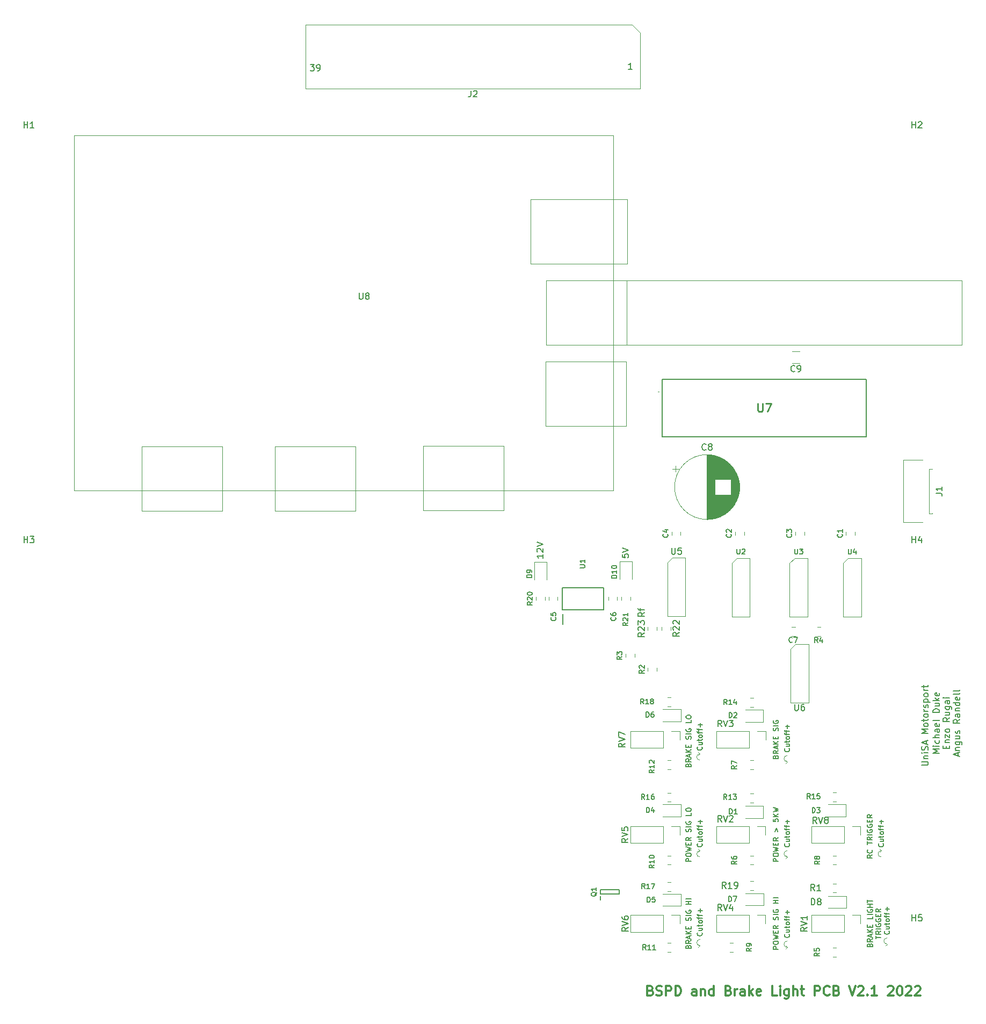
<source format=gto>
G04 #@! TF.GenerationSoftware,KiCad,Pcbnew,(6.0.2)*
G04 #@! TF.CreationDate,2022-09-21T19:40:20+09:30*
G04 #@! TF.ProjectId,BSPD,42535044-2e6b-4696-9361-645f70636258,4*
G04 #@! TF.SameCoordinates,Original*
G04 #@! TF.FileFunction,Legend,Top*
G04 #@! TF.FilePolarity,Positive*
%FSLAX46Y46*%
G04 Gerber Fmt 4.6, Leading zero omitted, Abs format (unit mm)*
G04 Created by KiCad (PCBNEW (6.0.2)) date 2022-09-21 19:40:20*
%MOMM*%
%LPD*%
G01*
G04 APERTURE LIST*
%ADD10C,0.120000*%
%ADD11C,0.150000*%
%ADD12C,0.300000*%
%ADD13C,0.254000*%
%ADD14C,0.200000*%
%ADD15C,0.100000*%
G04 APERTURE END LIST*
D10*
X162135000Y-159100000D02*
X162385000Y-158850000D01*
X132885000Y-144100000D02*
X132635000Y-143850000D01*
X132635000Y-144350000D02*
X132885000Y-144100000D01*
X132885000Y-144100000D02*
G75*
G03*
X132885000Y-145100000I0J-500000D01*
G01*
X132885000Y-128850000D02*
X132635000Y-128600000D01*
X132885000Y-128850000D02*
G75*
G03*
X132885000Y-129850000I0J-500000D01*
G01*
X132635000Y-129100000D02*
X132885000Y-128850000D01*
X146635000Y-144100000D02*
G75*
G03*
X146635000Y-145100000I0J-500000D01*
G01*
X161460000Y-144100000D02*
X161210000Y-143850000D01*
X161210000Y-144350000D02*
X161460000Y-144100000D01*
X146635000Y-129100000D02*
G75*
G03*
X146635000Y-130100000I0J-500000D01*
G01*
X146635000Y-130100000D02*
X146385000Y-129850000D01*
X161460000Y-144100000D02*
G75*
G03*
X161460000Y-145100000I0J-500000D01*
G01*
X146385000Y-145350000D02*
X146635000Y-145100000D01*
X146385000Y-159600000D02*
X146635000Y-159350000D01*
X146385000Y-130350000D02*
X146635000Y-130100000D01*
X146635000Y-145100000D02*
X146385000Y-144850000D01*
X146635000Y-159350000D02*
X146385000Y-159100000D01*
X162385000Y-158850000D02*
X162135000Y-158600000D01*
X132885000Y-158100000D02*
G75*
G03*
X132885000Y-159100000I0J-500000D01*
G01*
X162385000Y-157850000D02*
G75*
G03*
X162385000Y-158850000I0J-500000D01*
G01*
X146635000Y-158350000D02*
G75*
G03*
X146635000Y-159350000I0J-500000D01*
G01*
X132885000Y-159100000D02*
X132635000Y-158850000D01*
X132635000Y-159350000D02*
X132885000Y-159100000D01*
D11*
X145246904Y-159638095D02*
X144446904Y-159638095D01*
X144446904Y-159333333D01*
X144485000Y-159257142D01*
X144523095Y-159219047D01*
X144599285Y-159180952D01*
X144713571Y-159180952D01*
X144789761Y-159219047D01*
X144827857Y-159257142D01*
X144865952Y-159333333D01*
X144865952Y-159638095D01*
X144446904Y-158685714D02*
X144446904Y-158533333D01*
X144485000Y-158457142D01*
X144561190Y-158380952D01*
X144713571Y-158342857D01*
X144980238Y-158342857D01*
X145132619Y-158380952D01*
X145208809Y-158457142D01*
X145246904Y-158533333D01*
X145246904Y-158685714D01*
X145208809Y-158761904D01*
X145132619Y-158838095D01*
X144980238Y-158876190D01*
X144713571Y-158876190D01*
X144561190Y-158838095D01*
X144485000Y-158761904D01*
X144446904Y-158685714D01*
X144446904Y-158076190D02*
X145246904Y-157885714D01*
X144675476Y-157733333D01*
X145246904Y-157580952D01*
X144446904Y-157390476D01*
X144827857Y-157085714D02*
X144827857Y-156819047D01*
X145246904Y-156704761D02*
X145246904Y-157085714D01*
X144446904Y-157085714D01*
X144446904Y-156704761D01*
X145246904Y-155904761D02*
X144865952Y-156171428D01*
X145246904Y-156361904D02*
X144446904Y-156361904D01*
X144446904Y-156057142D01*
X144485000Y-155980952D01*
X144523095Y-155942857D01*
X144599285Y-155904761D01*
X144713571Y-155904761D01*
X144789761Y-155942857D01*
X144827857Y-155980952D01*
X144865952Y-156057142D01*
X144865952Y-156361904D01*
X145208809Y-154990476D02*
X145246904Y-154876190D01*
X145246904Y-154685714D01*
X145208809Y-154609523D01*
X145170714Y-154571428D01*
X145094523Y-154533333D01*
X145018333Y-154533333D01*
X144942142Y-154571428D01*
X144904047Y-154609523D01*
X144865952Y-154685714D01*
X144827857Y-154838095D01*
X144789761Y-154914285D01*
X144751666Y-154952380D01*
X144675476Y-154990476D01*
X144599285Y-154990476D01*
X144523095Y-154952380D01*
X144485000Y-154914285D01*
X144446904Y-154838095D01*
X144446904Y-154647619D01*
X144485000Y-154533333D01*
X145246904Y-154190476D02*
X144446904Y-154190476D01*
X144485000Y-153390476D02*
X144446904Y-153466666D01*
X144446904Y-153580952D01*
X144485000Y-153695238D01*
X144561190Y-153771428D01*
X144637380Y-153809523D01*
X144789761Y-153847619D01*
X144904047Y-153847619D01*
X145056428Y-153809523D01*
X145132619Y-153771428D01*
X145208809Y-153695238D01*
X145246904Y-153580952D01*
X145246904Y-153504761D01*
X145208809Y-153390476D01*
X145170714Y-153352380D01*
X144904047Y-153352380D01*
X144904047Y-153504761D01*
X145246904Y-152400000D02*
X144446904Y-152400000D01*
X144827857Y-152400000D02*
X144827857Y-151942857D01*
X145246904Y-151942857D02*
X144446904Y-151942857D01*
X145246904Y-151561904D02*
X144446904Y-151561904D01*
X133170714Y-143007142D02*
X133208809Y-143045238D01*
X133246904Y-143159523D01*
X133246904Y-143235714D01*
X133208809Y-143350000D01*
X133132619Y-143426190D01*
X133056428Y-143464285D01*
X132904047Y-143502380D01*
X132789761Y-143502380D01*
X132637380Y-143464285D01*
X132561190Y-143426190D01*
X132485000Y-143350000D01*
X132446904Y-143235714D01*
X132446904Y-143159523D01*
X132485000Y-143045238D01*
X132523095Y-143007142D01*
X132713571Y-142321428D02*
X133246904Y-142321428D01*
X132713571Y-142664285D02*
X133132619Y-142664285D01*
X133208809Y-142626190D01*
X133246904Y-142550000D01*
X133246904Y-142435714D01*
X133208809Y-142359523D01*
X133170714Y-142321428D01*
X132713571Y-142054761D02*
X132713571Y-141750000D01*
X132446904Y-141940476D02*
X133132619Y-141940476D01*
X133208809Y-141902380D01*
X133246904Y-141826190D01*
X133246904Y-141750000D01*
X133246904Y-141369047D02*
X133208809Y-141445238D01*
X133170714Y-141483333D01*
X133094523Y-141521428D01*
X132865952Y-141521428D01*
X132789761Y-141483333D01*
X132751666Y-141445238D01*
X132713571Y-141369047D01*
X132713571Y-141254761D01*
X132751666Y-141178571D01*
X132789761Y-141140476D01*
X132865952Y-141102380D01*
X133094523Y-141102380D01*
X133170714Y-141140476D01*
X133208809Y-141178571D01*
X133246904Y-141254761D01*
X133246904Y-141369047D01*
X132713571Y-140873809D02*
X132713571Y-140569047D01*
X133246904Y-140759523D02*
X132561190Y-140759523D01*
X132485000Y-140721428D01*
X132446904Y-140645238D01*
X132446904Y-140569047D01*
X132713571Y-140416666D02*
X132713571Y-140111904D01*
X133246904Y-140302380D02*
X132561190Y-140302380D01*
X132485000Y-140264285D01*
X132446904Y-140188095D01*
X132446904Y-140111904D01*
X132942142Y-139845238D02*
X132942142Y-139235714D01*
X133246904Y-139540476D02*
X132637380Y-139540476D01*
X133170714Y-127757142D02*
X133208809Y-127795238D01*
X133246904Y-127909523D01*
X133246904Y-127985714D01*
X133208809Y-128100000D01*
X133132619Y-128176190D01*
X133056428Y-128214285D01*
X132904047Y-128252380D01*
X132789761Y-128252380D01*
X132637380Y-128214285D01*
X132561190Y-128176190D01*
X132485000Y-128100000D01*
X132446904Y-127985714D01*
X132446904Y-127909523D01*
X132485000Y-127795238D01*
X132523095Y-127757142D01*
X132713571Y-127071428D02*
X133246904Y-127071428D01*
X132713571Y-127414285D02*
X133132619Y-127414285D01*
X133208809Y-127376190D01*
X133246904Y-127300000D01*
X133246904Y-127185714D01*
X133208809Y-127109523D01*
X133170714Y-127071428D01*
X132713571Y-126804761D02*
X132713571Y-126500000D01*
X132446904Y-126690476D02*
X133132619Y-126690476D01*
X133208809Y-126652380D01*
X133246904Y-126576190D01*
X133246904Y-126500000D01*
X133246904Y-126119047D02*
X133208809Y-126195238D01*
X133170714Y-126233333D01*
X133094523Y-126271428D01*
X132865952Y-126271428D01*
X132789761Y-126233333D01*
X132751666Y-126195238D01*
X132713571Y-126119047D01*
X132713571Y-126004761D01*
X132751666Y-125928571D01*
X132789761Y-125890476D01*
X132865952Y-125852380D01*
X133094523Y-125852380D01*
X133170714Y-125890476D01*
X133208809Y-125928571D01*
X133246904Y-126004761D01*
X133246904Y-126119047D01*
X132713571Y-125623809D02*
X132713571Y-125319047D01*
X133246904Y-125509523D02*
X132561190Y-125509523D01*
X132485000Y-125471428D01*
X132446904Y-125395238D01*
X132446904Y-125319047D01*
X132713571Y-125166666D02*
X132713571Y-124861904D01*
X133246904Y-125052380D02*
X132561190Y-125052380D01*
X132485000Y-125014285D01*
X132446904Y-124938095D01*
X132446904Y-124861904D01*
X132942142Y-124595238D02*
X132942142Y-123985714D01*
X133246904Y-124290476D02*
X132637380Y-124290476D01*
X146920714Y-128007142D02*
X146958809Y-128045238D01*
X146996904Y-128159523D01*
X146996904Y-128235714D01*
X146958809Y-128350000D01*
X146882619Y-128426190D01*
X146806428Y-128464285D01*
X146654047Y-128502380D01*
X146539761Y-128502380D01*
X146387380Y-128464285D01*
X146311190Y-128426190D01*
X146235000Y-128350000D01*
X146196904Y-128235714D01*
X146196904Y-128159523D01*
X146235000Y-128045238D01*
X146273095Y-128007142D01*
X146463571Y-127321428D02*
X146996904Y-127321428D01*
X146463571Y-127664285D02*
X146882619Y-127664285D01*
X146958809Y-127626190D01*
X146996904Y-127550000D01*
X146996904Y-127435714D01*
X146958809Y-127359523D01*
X146920714Y-127321428D01*
X146463571Y-127054761D02*
X146463571Y-126750000D01*
X146196904Y-126940476D02*
X146882619Y-126940476D01*
X146958809Y-126902380D01*
X146996904Y-126826190D01*
X146996904Y-126750000D01*
X146996904Y-126369047D02*
X146958809Y-126445238D01*
X146920714Y-126483333D01*
X146844523Y-126521428D01*
X146615952Y-126521428D01*
X146539761Y-126483333D01*
X146501666Y-126445238D01*
X146463571Y-126369047D01*
X146463571Y-126254761D01*
X146501666Y-126178571D01*
X146539761Y-126140476D01*
X146615952Y-126102380D01*
X146844523Y-126102380D01*
X146920714Y-126140476D01*
X146958809Y-126178571D01*
X146996904Y-126254761D01*
X146996904Y-126369047D01*
X146463571Y-125873809D02*
X146463571Y-125569047D01*
X146996904Y-125759523D02*
X146311190Y-125759523D01*
X146235000Y-125721428D01*
X146196904Y-125645238D01*
X146196904Y-125569047D01*
X146463571Y-125416666D02*
X146463571Y-125111904D01*
X146996904Y-125302380D02*
X146311190Y-125302380D01*
X146235000Y-125264285D01*
X146196904Y-125188095D01*
X146196904Y-125111904D01*
X146692142Y-124845238D02*
X146692142Y-124235714D01*
X146996904Y-124540476D02*
X146387380Y-124540476D01*
X160071904Y-144764285D02*
X159690952Y-145030952D01*
X160071904Y-145221428D02*
X159271904Y-145221428D01*
X159271904Y-144916666D01*
X159310000Y-144840476D01*
X159348095Y-144802380D01*
X159424285Y-144764285D01*
X159538571Y-144764285D01*
X159614761Y-144802380D01*
X159652857Y-144840476D01*
X159690952Y-144916666D01*
X159690952Y-145221428D01*
X159995714Y-143964285D02*
X160033809Y-144002380D01*
X160071904Y-144116666D01*
X160071904Y-144192857D01*
X160033809Y-144307142D01*
X159957619Y-144383333D01*
X159881428Y-144421428D01*
X159729047Y-144459523D01*
X159614761Y-144459523D01*
X159462380Y-144421428D01*
X159386190Y-144383333D01*
X159310000Y-144307142D01*
X159271904Y-144192857D01*
X159271904Y-144116666D01*
X159310000Y-144002380D01*
X159348095Y-143964285D01*
X159271904Y-143126190D02*
X159271904Y-142669047D01*
X160071904Y-142897619D02*
X159271904Y-142897619D01*
X160071904Y-141945238D02*
X159690952Y-142211904D01*
X160071904Y-142402380D02*
X159271904Y-142402380D01*
X159271904Y-142097619D01*
X159310000Y-142021428D01*
X159348095Y-141983333D01*
X159424285Y-141945238D01*
X159538571Y-141945238D01*
X159614761Y-141983333D01*
X159652857Y-142021428D01*
X159690952Y-142097619D01*
X159690952Y-142402380D01*
X160071904Y-141602380D02*
X159271904Y-141602380D01*
X159310000Y-140802380D02*
X159271904Y-140878571D01*
X159271904Y-140992857D01*
X159310000Y-141107142D01*
X159386190Y-141183333D01*
X159462380Y-141221428D01*
X159614761Y-141259523D01*
X159729047Y-141259523D01*
X159881428Y-141221428D01*
X159957619Y-141183333D01*
X160033809Y-141107142D01*
X160071904Y-140992857D01*
X160071904Y-140916666D01*
X160033809Y-140802380D01*
X159995714Y-140764285D01*
X159729047Y-140764285D01*
X159729047Y-140916666D01*
X159310000Y-140002380D02*
X159271904Y-140078571D01*
X159271904Y-140192857D01*
X159310000Y-140307142D01*
X159386190Y-140383333D01*
X159462380Y-140421428D01*
X159614761Y-140459523D01*
X159729047Y-140459523D01*
X159881428Y-140421428D01*
X159957619Y-140383333D01*
X160033809Y-140307142D01*
X160071904Y-140192857D01*
X160071904Y-140116666D01*
X160033809Y-140002380D01*
X159995714Y-139964285D01*
X159729047Y-139964285D01*
X159729047Y-140116666D01*
X159652857Y-139621428D02*
X159652857Y-139354761D01*
X160071904Y-139240476D02*
X160071904Y-139621428D01*
X159271904Y-139621428D01*
X159271904Y-139240476D01*
X160071904Y-138440476D02*
X159690952Y-138707142D01*
X160071904Y-138897619D02*
X159271904Y-138897619D01*
X159271904Y-138592857D01*
X159310000Y-138516666D01*
X159348095Y-138478571D01*
X159424285Y-138440476D01*
X159538571Y-138440476D01*
X159614761Y-138478571D01*
X159652857Y-138516666D01*
X159690952Y-138592857D01*
X159690952Y-138897619D01*
X161745714Y-143007142D02*
X161783809Y-143045238D01*
X161821904Y-143159523D01*
X161821904Y-143235714D01*
X161783809Y-143350000D01*
X161707619Y-143426190D01*
X161631428Y-143464285D01*
X161479047Y-143502380D01*
X161364761Y-143502380D01*
X161212380Y-143464285D01*
X161136190Y-143426190D01*
X161060000Y-143350000D01*
X161021904Y-143235714D01*
X161021904Y-143159523D01*
X161060000Y-143045238D01*
X161098095Y-143007142D01*
X161288571Y-142321428D02*
X161821904Y-142321428D01*
X161288571Y-142664285D02*
X161707619Y-142664285D01*
X161783809Y-142626190D01*
X161821904Y-142550000D01*
X161821904Y-142435714D01*
X161783809Y-142359523D01*
X161745714Y-142321428D01*
X161288571Y-142054761D02*
X161288571Y-141750000D01*
X161021904Y-141940476D02*
X161707619Y-141940476D01*
X161783809Y-141902380D01*
X161821904Y-141826190D01*
X161821904Y-141750000D01*
X161821904Y-141369047D02*
X161783809Y-141445238D01*
X161745714Y-141483333D01*
X161669523Y-141521428D01*
X161440952Y-141521428D01*
X161364761Y-141483333D01*
X161326666Y-141445238D01*
X161288571Y-141369047D01*
X161288571Y-141254761D01*
X161326666Y-141178571D01*
X161364761Y-141140476D01*
X161440952Y-141102380D01*
X161669523Y-141102380D01*
X161745714Y-141140476D01*
X161783809Y-141178571D01*
X161821904Y-141254761D01*
X161821904Y-141369047D01*
X161288571Y-140873809D02*
X161288571Y-140569047D01*
X161821904Y-140759523D02*
X161136190Y-140759523D01*
X161060000Y-140721428D01*
X161021904Y-140645238D01*
X161021904Y-140569047D01*
X161288571Y-140416666D02*
X161288571Y-140111904D01*
X161821904Y-140302380D02*
X161136190Y-140302380D01*
X161060000Y-140264285D01*
X161021904Y-140188095D01*
X161021904Y-140111904D01*
X161517142Y-139845238D02*
X161517142Y-139235714D01*
X161821904Y-139540476D02*
X161212380Y-139540476D01*
X146920714Y-143007142D02*
X146958809Y-143045238D01*
X146996904Y-143159523D01*
X146996904Y-143235714D01*
X146958809Y-143350000D01*
X146882619Y-143426190D01*
X146806428Y-143464285D01*
X146654047Y-143502380D01*
X146539761Y-143502380D01*
X146387380Y-143464285D01*
X146311190Y-143426190D01*
X146235000Y-143350000D01*
X146196904Y-143235714D01*
X146196904Y-143159523D01*
X146235000Y-143045238D01*
X146273095Y-143007142D01*
X146463571Y-142321428D02*
X146996904Y-142321428D01*
X146463571Y-142664285D02*
X146882619Y-142664285D01*
X146958809Y-142626190D01*
X146996904Y-142550000D01*
X146996904Y-142435714D01*
X146958809Y-142359523D01*
X146920714Y-142321428D01*
X146463571Y-142054761D02*
X146463571Y-141750000D01*
X146196904Y-141940476D02*
X146882619Y-141940476D01*
X146958809Y-141902380D01*
X146996904Y-141826190D01*
X146996904Y-141750000D01*
X146996904Y-141369047D02*
X146958809Y-141445238D01*
X146920714Y-141483333D01*
X146844523Y-141521428D01*
X146615952Y-141521428D01*
X146539761Y-141483333D01*
X146501666Y-141445238D01*
X146463571Y-141369047D01*
X146463571Y-141254761D01*
X146501666Y-141178571D01*
X146539761Y-141140476D01*
X146615952Y-141102380D01*
X146844523Y-141102380D01*
X146920714Y-141140476D01*
X146958809Y-141178571D01*
X146996904Y-141254761D01*
X146996904Y-141369047D01*
X146463571Y-140873809D02*
X146463571Y-140569047D01*
X146996904Y-140759523D02*
X146311190Y-140759523D01*
X146235000Y-140721428D01*
X146196904Y-140645238D01*
X146196904Y-140569047D01*
X146463571Y-140416666D02*
X146463571Y-140111904D01*
X146996904Y-140302380D02*
X146311190Y-140302380D01*
X146235000Y-140264285D01*
X146196904Y-140188095D01*
X146196904Y-140111904D01*
X146692142Y-139845238D02*
X146692142Y-139235714D01*
X146996904Y-139540476D02*
X146387380Y-139540476D01*
X131077857Y-130621428D02*
X131115952Y-130507142D01*
X131154047Y-130469047D01*
X131230238Y-130430952D01*
X131344523Y-130430952D01*
X131420714Y-130469047D01*
X131458809Y-130507142D01*
X131496904Y-130583333D01*
X131496904Y-130888095D01*
X130696904Y-130888095D01*
X130696904Y-130621428D01*
X130735000Y-130545238D01*
X130773095Y-130507142D01*
X130849285Y-130469047D01*
X130925476Y-130469047D01*
X131001666Y-130507142D01*
X131039761Y-130545238D01*
X131077857Y-130621428D01*
X131077857Y-130888095D01*
X131496904Y-129630952D02*
X131115952Y-129897619D01*
X131496904Y-130088095D02*
X130696904Y-130088095D01*
X130696904Y-129783333D01*
X130735000Y-129707142D01*
X130773095Y-129669047D01*
X130849285Y-129630952D01*
X130963571Y-129630952D01*
X131039761Y-129669047D01*
X131077857Y-129707142D01*
X131115952Y-129783333D01*
X131115952Y-130088095D01*
X131268333Y-129326190D02*
X131268333Y-128945238D01*
X131496904Y-129402380D02*
X130696904Y-129135714D01*
X131496904Y-128869047D01*
X131496904Y-128602380D02*
X130696904Y-128602380D01*
X131496904Y-128145238D02*
X131039761Y-128488095D01*
X130696904Y-128145238D02*
X131154047Y-128602380D01*
X131077857Y-127802380D02*
X131077857Y-127535714D01*
X131496904Y-127421428D02*
X131496904Y-127802380D01*
X130696904Y-127802380D01*
X130696904Y-127421428D01*
X131458809Y-126507142D02*
X131496904Y-126392857D01*
X131496904Y-126202380D01*
X131458809Y-126126190D01*
X131420714Y-126088095D01*
X131344523Y-126050000D01*
X131268333Y-126050000D01*
X131192142Y-126088095D01*
X131154047Y-126126190D01*
X131115952Y-126202380D01*
X131077857Y-126354761D01*
X131039761Y-126430952D01*
X131001666Y-126469047D01*
X130925476Y-126507142D01*
X130849285Y-126507142D01*
X130773095Y-126469047D01*
X130735000Y-126430952D01*
X130696904Y-126354761D01*
X130696904Y-126164285D01*
X130735000Y-126050000D01*
X131496904Y-125707142D02*
X130696904Y-125707142D01*
X130735000Y-124907142D02*
X130696904Y-124983333D01*
X130696904Y-125097619D01*
X130735000Y-125211904D01*
X130811190Y-125288095D01*
X130887380Y-125326190D01*
X131039761Y-125364285D01*
X131154047Y-125364285D01*
X131306428Y-125326190D01*
X131382619Y-125288095D01*
X131458809Y-125211904D01*
X131496904Y-125097619D01*
X131496904Y-125021428D01*
X131458809Y-124907142D01*
X131420714Y-124869047D01*
X131154047Y-124869047D01*
X131154047Y-125021428D01*
X131496904Y-123535714D02*
X131496904Y-123916666D01*
X130696904Y-123916666D01*
X130696904Y-123116666D02*
X130696904Y-122964285D01*
X130735000Y-122888095D01*
X130811190Y-122811904D01*
X130963571Y-122773809D01*
X131230238Y-122773809D01*
X131382619Y-122811904D01*
X131458809Y-122888095D01*
X131496904Y-122964285D01*
X131496904Y-123116666D01*
X131458809Y-123192857D01*
X131382619Y-123269047D01*
X131230238Y-123307142D01*
X130963571Y-123307142D01*
X130811190Y-123269047D01*
X130735000Y-123192857D01*
X130696904Y-123116666D01*
D12*
X125099999Y-166142857D02*
X125314285Y-166214285D01*
X125385714Y-166285714D01*
X125457142Y-166428571D01*
X125457142Y-166642857D01*
X125385714Y-166785714D01*
X125314285Y-166857142D01*
X125171428Y-166928571D01*
X124599999Y-166928571D01*
X124599999Y-165428571D01*
X125099999Y-165428571D01*
X125242857Y-165500000D01*
X125314285Y-165571428D01*
X125385714Y-165714285D01*
X125385714Y-165857142D01*
X125314285Y-166000000D01*
X125242857Y-166071428D01*
X125099999Y-166142857D01*
X124599999Y-166142857D01*
X126028571Y-166857142D02*
X126242857Y-166928571D01*
X126599999Y-166928571D01*
X126742857Y-166857142D01*
X126814285Y-166785714D01*
X126885714Y-166642857D01*
X126885714Y-166500000D01*
X126814285Y-166357142D01*
X126742857Y-166285714D01*
X126599999Y-166214285D01*
X126314285Y-166142857D01*
X126171428Y-166071428D01*
X126099999Y-166000000D01*
X126028571Y-165857142D01*
X126028571Y-165714285D01*
X126099999Y-165571428D01*
X126171428Y-165500000D01*
X126314285Y-165428571D01*
X126671428Y-165428571D01*
X126885714Y-165500000D01*
X127528571Y-166928571D02*
X127528571Y-165428571D01*
X128099999Y-165428571D01*
X128242857Y-165500000D01*
X128314285Y-165571428D01*
X128385714Y-165714285D01*
X128385714Y-165928571D01*
X128314285Y-166071428D01*
X128242857Y-166142857D01*
X128099999Y-166214285D01*
X127528571Y-166214285D01*
X129028571Y-166928571D02*
X129028571Y-165428571D01*
X129385714Y-165428571D01*
X129599999Y-165500000D01*
X129742857Y-165642857D01*
X129814285Y-165785714D01*
X129885714Y-166071428D01*
X129885714Y-166285714D01*
X129814285Y-166571428D01*
X129742857Y-166714285D01*
X129599999Y-166857142D01*
X129385714Y-166928571D01*
X129028571Y-166928571D01*
X132314285Y-166928571D02*
X132314285Y-166142857D01*
X132242857Y-166000000D01*
X132099999Y-165928571D01*
X131814285Y-165928571D01*
X131671428Y-166000000D01*
X132314285Y-166857142D02*
X132171428Y-166928571D01*
X131814285Y-166928571D01*
X131671428Y-166857142D01*
X131599999Y-166714285D01*
X131599999Y-166571428D01*
X131671428Y-166428571D01*
X131814285Y-166357142D01*
X132171428Y-166357142D01*
X132314285Y-166285714D01*
X133028571Y-165928571D02*
X133028571Y-166928571D01*
X133028571Y-166071428D02*
X133099999Y-166000000D01*
X133242857Y-165928571D01*
X133457142Y-165928571D01*
X133599999Y-166000000D01*
X133671428Y-166142857D01*
X133671428Y-166928571D01*
X135028571Y-166928571D02*
X135028571Y-165428571D01*
X135028571Y-166857142D02*
X134885714Y-166928571D01*
X134600000Y-166928571D01*
X134457142Y-166857142D01*
X134385714Y-166785714D01*
X134314285Y-166642857D01*
X134314285Y-166214285D01*
X134385714Y-166071428D01*
X134457142Y-166000000D01*
X134600000Y-165928571D01*
X134885714Y-165928571D01*
X135028571Y-166000000D01*
X137385714Y-166142857D02*
X137600000Y-166214285D01*
X137671428Y-166285714D01*
X137742857Y-166428571D01*
X137742857Y-166642857D01*
X137671428Y-166785714D01*
X137600000Y-166857142D01*
X137457142Y-166928571D01*
X136885714Y-166928571D01*
X136885714Y-165428571D01*
X137385714Y-165428571D01*
X137528571Y-165500000D01*
X137600000Y-165571428D01*
X137671428Y-165714285D01*
X137671428Y-165857142D01*
X137600000Y-166000000D01*
X137528571Y-166071428D01*
X137385714Y-166142857D01*
X136885714Y-166142857D01*
X138385714Y-166928571D02*
X138385714Y-165928571D01*
X138385714Y-166214285D02*
X138457142Y-166071428D01*
X138528571Y-166000000D01*
X138671428Y-165928571D01*
X138814285Y-165928571D01*
X139957142Y-166928571D02*
X139957142Y-166142857D01*
X139885714Y-166000000D01*
X139742857Y-165928571D01*
X139457142Y-165928571D01*
X139314285Y-166000000D01*
X139957142Y-166857142D02*
X139814285Y-166928571D01*
X139457142Y-166928571D01*
X139314285Y-166857142D01*
X139242857Y-166714285D01*
X139242857Y-166571428D01*
X139314285Y-166428571D01*
X139457142Y-166357142D01*
X139814285Y-166357142D01*
X139957142Y-166285714D01*
X140671428Y-166928571D02*
X140671428Y-165428571D01*
X140814285Y-166357142D02*
X141242857Y-166928571D01*
X141242857Y-165928571D02*
X140671428Y-166500000D01*
X142457142Y-166857142D02*
X142314285Y-166928571D01*
X142028571Y-166928571D01*
X141885714Y-166857142D01*
X141814285Y-166714285D01*
X141814285Y-166142857D01*
X141885714Y-166000000D01*
X142028571Y-165928571D01*
X142314285Y-165928571D01*
X142457142Y-166000000D01*
X142528571Y-166142857D01*
X142528571Y-166285714D01*
X141814285Y-166428571D01*
X145028571Y-166928571D02*
X144314285Y-166928571D01*
X144314285Y-165428571D01*
X145528571Y-166928571D02*
X145528571Y-165928571D01*
X145528571Y-165428571D02*
X145457142Y-165500000D01*
X145528571Y-165571428D01*
X145600000Y-165500000D01*
X145528571Y-165428571D01*
X145528571Y-165571428D01*
X146885714Y-165928571D02*
X146885714Y-167142857D01*
X146814285Y-167285714D01*
X146742857Y-167357142D01*
X146600000Y-167428571D01*
X146385714Y-167428571D01*
X146242857Y-167357142D01*
X146885714Y-166857142D02*
X146742857Y-166928571D01*
X146457142Y-166928571D01*
X146314285Y-166857142D01*
X146242857Y-166785714D01*
X146171428Y-166642857D01*
X146171428Y-166214285D01*
X146242857Y-166071428D01*
X146314285Y-166000000D01*
X146457142Y-165928571D01*
X146742857Y-165928571D01*
X146885714Y-166000000D01*
X147600000Y-166928571D02*
X147600000Y-165428571D01*
X148242857Y-166928571D02*
X148242857Y-166142857D01*
X148171428Y-166000000D01*
X148028571Y-165928571D01*
X147814285Y-165928571D01*
X147671428Y-166000000D01*
X147600000Y-166071428D01*
X148742857Y-165928571D02*
X149314285Y-165928571D01*
X148957142Y-165428571D02*
X148957142Y-166714285D01*
X149028571Y-166857142D01*
X149171428Y-166928571D01*
X149314285Y-166928571D01*
X150957142Y-166928571D02*
X150957142Y-165428571D01*
X151528571Y-165428571D01*
X151671428Y-165500000D01*
X151742857Y-165571428D01*
X151814285Y-165714285D01*
X151814285Y-165928571D01*
X151742857Y-166071428D01*
X151671428Y-166142857D01*
X151528571Y-166214285D01*
X150957142Y-166214285D01*
X153314285Y-166785714D02*
X153242857Y-166857142D01*
X153028571Y-166928571D01*
X152885714Y-166928571D01*
X152671428Y-166857142D01*
X152528571Y-166714285D01*
X152457142Y-166571428D01*
X152385714Y-166285714D01*
X152385714Y-166071428D01*
X152457142Y-165785714D01*
X152528571Y-165642857D01*
X152671428Y-165500000D01*
X152885714Y-165428571D01*
X153028571Y-165428571D01*
X153242857Y-165500000D01*
X153314285Y-165571428D01*
X154457142Y-166142857D02*
X154671428Y-166214285D01*
X154742857Y-166285714D01*
X154814285Y-166428571D01*
X154814285Y-166642857D01*
X154742857Y-166785714D01*
X154671428Y-166857142D01*
X154528571Y-166928571D01*
X153957142Y-166928571D01*
X153957142Y-165428571D01*
X154457142Y-165428571D01*
X154600000Y-165500000D01*
X154671428Y-165571428D01*
X154742857Y-165714285D01*
X154742857Y-165857142D01*
X154671428Y-166000000D01*
X154600000Y-166071428D01*
X154457142Y-166142857D01*
X153957142Y-166142857D01*
X156385714Y-165428571D02*
X156885714Y-166928571D01*
X157385714Y-165428571D01*
X157814285Y-165571428D02*
X157885714Y-165500000D01*
X158028571Y-165428571D01*
X158385714Y-165428571D01*
X158528571Y-165500000D01*
X158600000Y-165571428D01*
X158671428Y-165714285D01*
X158671428Y-165857142D01*
X158600000Y-166071428D01*
X157742857Y-166928571D01*
X158671428Y-166928571D01*
X159314285Y-166785714D02*
X159385714Y-166857142D01*
X159314285Y-166928571D01*
X159242857Y-166857142D01*
X159314285Y-166785714D01*
X159314285Y-166928571D01*
X160814285Y-166928571D02*
X159957142Y-166928571D01*
X160385714Y-166928571D02*
X160385714Y-165428571D01*
X160242857Y-165642857D01*
X160100000Y-165785714D01*
X159957142Y-165857142D01*
X162528571Y-165571428D02*
X162600000Y-165500000D01*
X162742857Y-165428571D01*
X163100000Y-165428571D01*
X163242857Y-165500000D01*
X163314285Y-165571428D01*
X163385714Y-165714285D01*
X163385714Y-165857142D01*
X163314285Y-166071428D01*
X162457142Y-166928571D01*
X163385714Y-166928571D01*
X164314285Y-165428571D02*
X164457142Y-165428571D01*
X164599999Y-165500000D01*
X164671428Y-165571428D01*
X164742857Y-165714285D01*
X164814285Y-166000000D01*
X164814285Y-166357142D01*
X164742857Y-166642857D01*
X164671428Y-166785714D01*
X164599999Y-166857142D01*
X164457142Y-166928571D01*
X164314285Y-166928571D01*
X164171428Y-166857142D01*
X164099999Y-166785714D01*
X164028571Y-166642857D01*
X163957142Y-166357142D01*
X163957142Y-166000000D01*
X164028571Y-165714285D01*
X164099999Y-165571428D01*
X164171428Y-165500000D01*
X164314285Y-165428571D01*
X165385714Y-165571428D02*
X165457142Y-165500000D01*
X165599999Y-165428571D01*
X165957142Y-165428571D01*
X166099999Y-165500000D01*
X166171428Y-165571428D01*
X166242857Y-165714285D01*
X166242857Y-165857142D01*
X166171428Y-166071428D01*
X165314285Y-166928571D01*
X166242857Y-166928571D01*
X166814285Y-165571428D02*
X166885714Y-165500000D01*
X167028571Y-165428571D01*
X167385714Y-165428571D01*
X167528571Y-165500000D01*
X167599999Y-165571428D01*
X167671428Y-165714285D01*
X167671428Y-165857142D01*
X167599999Y-166071428D01*
X166742857Y-166928571D01*
X167671428Y-166928571D01*
D11*
X131496904Y-145771428D02*
X130696904Y-145771428D01*
X130696904Y-145466666D01*
X130735000Y-145390476D01*
X130773095Y-145352380D01*
X130849285Y-145314285D01*
X130963571Y-145314285D01*
X131039761Y-145352380D01*
X131077857Y-145390476D01*
X131115952Y-145466666D01*
X131115952Y-145771428D01*
X130696904Y-144819047D02*
X130696904Y-144666666D01*
X130735000Y-144590476D01*
X130811190Y-144514285D01*
X130963571Y-144476190D01*
X131230238Y-144476190D01*
X131382619Y-144514285D01*
X131458809Y-144590476D01*
X131496904Y-144666666D01*
X131496904Y-144819047D01*
X131458809Y-144895238D01*
X131382619Y-144971428D01*
X131230238Y-145009523D01*
X130963571Y-145009523D01*
X130811190Y-144971428D01*
X130735000Y-144895238D01*
X130696904Y-144819047D01*
X130696904Y-144209523D02*
X131496904Y-144019047D01*
X130925476Y-143866666D01*
X131496904Y-143714285D01*
X130696904Y-143523809D01*
X131077857Y-143219047D02*
X131077857Y-142952380D01*
X131496904Y-142838095D02*
X131496904Y-143219047D01*
X130696904Y-143219047D01*
X130696904Y-142838095D01*
X131496904Y-142038095D02*
X131115952Y-142304761D01*
X131496904Y-142495238D02*
X130696904Y-142495238D01*
X130696904Y-142190476D01*
X130735000Y-142114285D01*
X130773095Y-142076190D01*
X130849285Y-142038095D01*
X130963571Y-142038095D01*
X131039761Y-142076190D01*
X131077857Y-142114285D01*
X131115952Y-142190476D01*
X131115952Y-142495238D01*
X131458809Y-141123809D02*
X131496904Y-141009523D01*
X131496904Y-140819047D01*
X131458809Y-140742857D01*
X131420714Y-140704761D01*
X131344523Y-140666666D01*
X131268333Y-140666666D01*
X131192142Y-140704761D01*
X131154047Y-140742857D01*
X131115952Y-140819047D01*
X131077857Y-140971428D01*
X131039761Y-141047619D01*
X131001666Y-141085714D01*
X130925476Y-141123809D01*
X130849285Y-141123809D01*
X130773095Y-141085714D01*
X130735000Y-141047619D01*
X130696904Y-140971428D01*
X130696904Y-140780952D01*
X130735000Y-140666666D01*
X131496904Y-140323809D02*
X130696904Y-140323809D01*
X130735000Y-139523809D02*
X130696904Y-139600000D01*
X130696904Y-139714285D01*
X130735000Y-139828571D01*
X130811190Y-139904761D01*
X130887380Y-139942857D01*
X131039761Y-139980952D01*
X131154047Y-139980952D01*
X131306428Y-139942857D01*
X131382619Y-139904761D01*
X131458809Y-139828571D01*
X131496904Y-139714285D01*
X131496904Y-139638095D01*
X131458809Y-139523809D01*
X131420714Y-139485714D01*
X131154047Y-139485714D01*
X131154047Y-139638095D01*
X131496904Y-138152380D02*
X131496904Y-138533333D01*
X130696904Y-138533333D01*
X130696904Y-137733333D02*
X130696904Y-137580952D01*
X130735000Y-137504761D01*
X130811190Y-137428571D01*
X130963571Y-137390476D01*
X131230238Y-137390476D01*
X131382619Y-137428571D01*
X131458809Y-137504761D01*
X131496904Y-137580952D01*
X131496904Y-137733333D01*
X131458809Y-137809523D01*
X131382619Y-137885714D01*
X131230238Y-137923809D01*
X130963571Y-137923809D01*
X130811190Y-137885714D01*
X130735000Y-137809523D01*
X130696904Y-137733333D01*
X122205714Y-20952380D02*
X121634285Y-20952380D01*
X121920000Y-20952380D02*
X121920000Y-19952380D01*
X121824761Y-20095238D01*
X121729523Y-20190476D01*
X121634285Y-20238095D01*
X145246904Y-145790476D02*
X144446904Y-145790476D01*
X144446904Y-145485714D01*
X144485000Y-145409523D01*
X144523095Y-145371428D01*
X144599285Y-145333333D01*
X144713571Y-145333333D01*
X144789761Y-145371428D01*
X144827857Y-145409523D01*
X144865952Y-145485714D01*
X144865952Y-145790476D01*
X144446904Y-144838095D02*
X144446904Y-144685714D01*
X144485000Y-144609523D01*
X144561190Y-144533333D01*
X144713571Y-144495238D01*
X144980238Y-144495238D01*
X145132619Y-144533333D01*
X145208809Y-144609523D01*
X145246904Y-144685714D01*
X145246904Y-144838095D01*
X145208809Y-144914285D01*
X145132619Y-144990476D01*
X144980238Y-145028571D01*
X144713571Y-145028571D01*
X144561190Y-144990476D01*
X144485000Y-144914285D01*
X144446904Y-144838095D01*
X144446904Y-144228571D02*
X145246904Y-144038095D01*
X144675476Y-143885714D01*
X145246904Y-143733333D01*
X144446904Y-143542857D01*
X144827857Y-143238095D02*
X144827857Y-142971428D01*
X145246904Y-142857142D02*
X145246904Y-143238095D01*
X144446904Y-143238095D01*
X144446904Y-142857142D01*
X145246904Y-142057142D02*
X144865952Y-142323809D01*
X145246904Y-142514285D02*
X144446904Y-142514285D01*
X144446904Y-142209523D01*
X144485000Y-142133333D01*
X144523095Y-142095238D01*
X144599285Y-142057142D01*
X144713571Y-142057142D01*
X144789761Y-142095238D01*
X144827857Y-142133333D01*
X144865952Y-142209523D01*
X144865952Y-142514285D01*
X144713571Y-141104761D02*
X144942142Y-140495238D01*
X145170714Y-141104761D01*
X144446904Y-139123809D02*
X144446904Y-139504761D01*
X144827857Y-139542857D01*
X144789761Y-139504761D01*
X144751666Y-139428571D01*
X144751666Y-139238095D01*
X144789761Y-139161904D01*
X144827857Y-139123809D01*
X144904047Y-139085714D01*
X145094523Y-139085714D01*
X145170714Y-139123809D01*
X145208809Y-139161904D01*
X145246904Y-139238095D01*
X145246904Y-139428571D01*
X145208809Y-139504761D01*
X145170714Y-139542857D01*
X145246904Y-138742857D02*
X144446904Y-138742857D01*
X145246904Y-138285714D02*
X144789761Y-138628571D01*
X144446904Y-138285714D02*
X144904047Y-138742857D01*
X144446904Y-138019047D02*
X145246904Y-137828571D01*
X144675476Y-137676190D01*
X145246904Y-137523809D01*
X144446904Y-137333333D01*
X133170714Y-157007142D02*
X133208809Y-157045238D01*
X133246904Y-157159523D01*
X133246904Y-157235714D01*
X133208809Y-157350000D01*
X133132619Y-157426190D01*
X133056428Y-157464285D01*
X132904047Y-157502380D01*
X132789761Y-157502380D01*
X132637380Y-157464285D01*
X132561190Y-157426190D01*
X132485000Y-157350000D01*
X132446904Y-157235714D01*
X132446904Y-157159523D01*
X132485000Y-157045238D01*
X132523095Y-157007142D01*
X132713571Y-156321428D02*
X133246904Y-156321428D01*
X132713571Y-156664285D02*
X133132619Y-156664285D01*
X133208809Y-156626190D01*
X133246904Y-156550000D01*
X133246904Y-156435714D01*
X133208809Y-156359523D01*
X133170714Y-156321428D01*
X132713571Y-156054761D02*
X132713571Y-155750000D01*
X132446904Y-155940476D02*
X133132619Y-155940476D01*
X133208809Y-155902380D01*
X133246904Y-155826190D01*
X133246904Y-155750000D01*
X133246904Y-155369047D02*
X133208809Y-155445238D01*
X133170714Y-155483333D01*
X133094523Y-155521428D01*
X132865952Y-155521428D01*
X132789761Y-155483333D01*
X132751666Y-155445238D01*
X132713571Y-155369047D01*
X132713571Y-155254761D01*
X132751666Y-155178571D01*
X132789761Y-155140476D01*
X132865952Y-155102380D01*
X133094523Y-155102380D01*
X133170714Y-155140476D01*
X133208809Y-155178571D01*
X133246904Y-155254761D01*
X133246904Y-155369047D01*
X132713571Y-154873809D02*
X132713571Y-154569047D01*
X133246904Y-154759523D02*
X132561190Y-154759523D01*
X132485000Y-154721428D01*
X132446904Y-154645238D01*
X132446904Y-154569047D01*
X132713571Y-154416666D02*
X132713571Y-154111904D01*
X133246904Y-154302380D02*
X132561190Y-154302380D01*
X132485000Y-154264285D01*
X132446904Y-154188095D01*
X132446904Y-154111904D01*
X132942142Y-153845238D02*
X132942142Y-153235714D01*
X133246904Y-153540476D02*
X132637380Y-153540476D01*
X131077857Y-159238095D02*
X131115952Y-159123809D01*
X131154047Y-159085714D01*
X131230238Y-159047619D01*
X131344523Y-159047619D01*
X131420714Y-159085714D01*
X131458809Y-159123809D01*
X131496904Y-159200000D01*
X131496904Y-159504761D01*
X130696904Y-159504761D01*
X130696904Y-159238095D01*
X130735000Y-159161904D01*
X130773095Y-159123809D01*
X130849285Y-159085714D01*
X130925476Y-159085714D01*
X131001666Y-159123809D01*
X131039761Y-159161904D01*
X131077857Y-159238095D01*
X131077857Y-159504761D01*
X131496904Y-158247619D02*
X131115952Y-158514285D01*
X131496904Y-158704761D02*
X130696904Y-158704761D01*
X130696904Y-158400000D01*
X130735000Y-158323809D01*
X130773095Y-158285714D01*
X130849285Y-158247619D01*
X130963571Y-158247619D01*
X131039761Y-158285714D01*
X131077857Y-158323809D01*
X131115952Y-158400000D01*
X131115952Y-158704761D01*
X131268333Y-157942857D02*
X131268333Y-157561904D01*
X131496904Y-158019047D02*
X130696904Y-157752380D01*
X131496904Y-157485714D01*
X131496904Y-157219047D02*
X130696904Y-157219047D01*
X131496904Y-156761904D02*
X131039761Y-157104761D01*
X130696904Y-156761904D02*
X131154047Y-157219047D01*
X131077857Y-156419047D02*
X131077857Y-156152380D01*
X131496904Y-156038095D02*
X131496904Y-156419047D01*
X130696904Y-156419047D01*
X130696904Y-156038095D01*
X131458809Y-155123809D02*
X131496904Y-155009523D01*
X131496904Y-154819047D01*
X131458809Y-154742857D01*
X131420714Y-154704761D01*
X131344523Y-154666666D01*
X131268333Y-154666666D01*
X131192142Y-154704761D01*
X131154047Y-154742857D01*
X131115952Y-154819047D01*
X131077857Y-154971428D01*
X131039761Y-155047619D01*
X131001666Y-155085714D01*
X130925476Y-155123809D01*
X130849285Y-155123809D01*
X130773095Y-155085714D01*
X130735000Y-155047619D01*
X130696904Y-154971428D01*
X130696904Y-154780952D01*
X130735000Y-154666666D01*
X131496904Y-154323809D02*
X130696904Y-154323809D01*
X130735000Y-153523809D02*
X130696904Y-153600000D01*
X130696904Y-153714285D01*
X130735000Y-153828571D01*
X130811190Y-153904761D01*
X130887380Y-153942857D01*
X131039761Y-153980952D01*
X131154047Y-153980952D01*
X131306428Y-153942857D01*
X131382619Y-153904761D01*
X131458809Y-153828571D01*
X131496904Y-153714285D01*
X131496904Y-153638095D01*
X131458809Y-153523809D01*
X131420714Y-153485714D01*
X131154047Y-153485714D01*
X131154047Y-153638095D01*
X131496904Y-152533333D02*
X130696904Y-152533333D01*
X131077857Y-152533333D02*
X131077857Y-152076190D01*
X131496904Y-152076190D02*
X130696904Y-152076190D01*
X131496904Y-151695238D02*
X130696904Y-151695238D01*
X167852380Y-130638095D02*
X168661904Y-130638095D01*
X168757142Y-130590476D01*
X168804761Y-130542857D01*
X168852380Y-130447619D01*
X168852380Y-130257142D01*
X168804761Y-130161904D01*
X168757142Y-130114285D01*
X168661904Y-130066666D01*
X167852380Y-130066666D01*
X168185714Y-129590476D02*
X168852380Y-129590476D01*
X168280952Y-129590476D02*
X168233333Y-129542857D01*
X168185714Y-129447619D01*
X168185714Y-129304761D01*
X168233333Y-129209523D01*
X168328571Y-129161904D01*
X168852380Y-129161904D01*
X168852380Y-128685714D02*
X168185714Y-128685714D01*
X167852380Y-128685714D02*
X167900000Y-128733333D01*
X167947619Y-128685714D01*
X167900000Y-128638095D01*
X167852380Y-128685714D01*
X167947619Y-128685714D01*
X168804761Y-128257142D02*
X168852380Y-128114285D01*
X168852380Y-127876190D01*
X168804761Y-127780952D01*
X168757142Y-127733333D01*
X168661904Y-127685714D01*
X168566666Y-127685714D01*
X168471428Y-127733333D01*
X168423809Y-127780952D01*
X168376190Y-127876190D01*
X168328571Y-128066666D01*
X168280952Y-128161904D01*
X168233333Y-128209523D01*
X168138095Y-128257142D01*
X168042857Y-128257142D01*
X167947619Y-128209523D01*
X167900000Y-128161904D01*
X167852380Y-128066666D01*
X167852380Y-127828571D01*
X167900000Y-127685714D01*
X168566666Y-127304761D02*
X168566666Y-126828571D01*
X168852380Y-127400000D02*
X167852380Y-127066666D01*
X168852380Y-126733333D01*
X168852380Y-125638095D02*
X167852380Y-125638095D01*
X168566666Y-125304761D01*
X167852380Y-124971428D01*
X168852380Y-124971428D01*
X168852380Y-124352380D02*
X168804761Y-124447619D01*
X168757142Y-124495238D01*
X168661904Y-124542857D01*
X168376190Y-124542857D01*
X168280952Y-124495238D01*
X168233333Y-124447619D01*
X168185714Y-124352380D01*
X168185714Y-124209523D01*
X168233333Y-124114285D01*
X168280952Y-124066666D01*
X168376190Y-124019047D01*
X168661904Y-124019047D01*
X168757142Y-124066666D01*
X168804761Y-124114285D01*
X168852380Y-124209523D01*
X168852380Y-124352380D01*
X168185714Y-123733333D02*
X168185714Y-123352380D01*
X167852380Y-123590476D02*
X168709523Y-123590476D01*
X168804761Y-123542857D01*
X168852380Y-123447619D01*
X168852380Y-123352380D01*
X168852380Y-122876190D02*
X168804761Y-122971428D01*
X168757142Y-123019047D01*
X168661904Y-123066666D01*
X168376190Y-123066666D01*
X168280952Y-123019047D01*
X168233333Y-122971428D01*
X168185714Y-122876190D01*
X168185714Y-122733333D01*
X168233333Y-122638095D01*
X168280952Y-122590476D01*
X168376190Y-122542857D01*
X168661904Y-122542857D01*
X168757142Y-122590476D01*
X168804761Y-122638095D01*
X168852380Y-122733333D01*
X168852380Y-122876190D01*
X168852380Y-122114285D02*
X168185714Y-122114285D01*
X168376190Y-122114285D02*
X168280952Y-122066666D01*
X168233333Y-122019047D01*
X168185714Y-121923809D01*
X168185714Y-121828571D01*
X168804761Y-121542857D02*
X168852380Y-121447619D01*
X168852380Y-121257142D01*
X168804761Y-121161904D01*
X168709523Y-121114285D01*
X168661904Y-121114285D01*
X168566666Y-121161904D01*
X168519047Y-121257142D01*
X168519047Y-121400000D01*
X168471428Y-121495238D01*
X168376190Y-121542857D01*
X168328571Y-121542857D01*
X168233333Y-121495238D01*
X168185714Y-121400000D01*
X168185714Y-121257142D01*
X168233333Y-121161904D01*
X168185714Y-120685714D02*
X169185714Y-120685714D01*
X168233333Y-120685714D02*
X168185714Y-120590476D01*
X168185714Y-120400000D01*
X168233333Y-120304761D01*
X168280952Y-120257142D01*
X168376190Y-120209523D01*
X168661904Y-120209523D01*
X168757142Y-120257142D01*
X168804761Y-120304761D01*
X168852380Y-120400000D01*
X168852380Y-120590476D01*
X168804761Y-120685714D01*
X168852380Y-119638095D02*
X168804761Y-119733333D01*
X168757142Y-119780952D01*
X168661904Y-119828571D01*
X168376190Y-119828571D01*
X168280952Y-119780952D01*
X168233333Y-119733333D01*
X168185714Y-119638095D01*
X168185714Y-119495238D01*
X168233333Y-119400000D01*
X168280952Y-119352380D01*
X168376190Y-119304761D01*
X168661904Y-119304761D01*
X168757142Y-119352380D01*
X168804761Y-119400000D01*
X168852380Y-119495238D01*
X168852380Y-119638095D01*
X168852380Y-118876190D02*
X168185714Y-118876190D01*
X168376190Y-118876190D02*
X168280952Y-118828571D01*
X168233333Y-118780952D01*
X168185714Y-118685714D01*
X168185714Y-118590476D01*
X168185714Y-118400000D02*
X168185714Y-118019047D01*
X167852380Y-118257142D02*
X168709523Y-118257142D01*
X168804761Y-118209523D01*
X168852380Y-118114285D01*
X168852380Y-118019047D01*
X170642380Y-128761904D02*
X169642380Y-128761904D01*
X170356666Y-128428571D01*
X169642380Y-128095238D01*
X170642380Y-128095238D01*
X170642380Y-127619047D02*
X169975714Y-127619047D01*
X169642380Y-127619047D02*
X169690000Y-127666666D01*
X169737619Y-127619047D01*
X169690000Y-127571428D01*
X169642380Y-127619047D01*
X169737619Y-127619047D01*
X170594761Y-126714285D02*
X170642380Y-126809523D01*
X170642380Y-127000000D01*
X170594761Y-127095238D01*
X170547142Y-127142857D01*
X170451904Y-127190476D01*
X170166190Y-127190476D01*
X170070952Y-127142857D01*
X170023333Y-127095238D01*
X169975714Y-127000000D01*
X169975714Y-126809523D01*
X170023333Y-126714285D01*
X170642380Y-126285714D02*
X169642380Y-126285714D01*
X170642380Y-125857142D02*
X170118571Y-125857142D01*
X170023333Y-125904761D01*
X169975714Y-126000000D01*
X169975714Y-126142857D01*
X170023333Y-126238095D01*
X170070952Y-126285714D01*
X170642380Y-124952380D02*
X170118571Y-124952380D01*
X170023333Y-125000000D01*
X169975714Y-125095238D01*
X169975714Y-125285714D01*
X170023333Y-125380952D01*
X170594761Y-124952380D02*
X170642380Y-125047619D01*
X170642380Y-125285714D01*
X170594761Y-125380952D01*
X170499523Y-125428571D01*
X170404285Y-125428571D01*
X170309047Y-125380952D01*
X170261428Y-125285714D01*
X170261428Y-125047619D01*
X170213809Y-124952380D01*
X170594761Y-124095238D02*
X170642380Y-124190476D01*
X170642380Y-124380952D01*
X170594761Y-124476190D01*
X170499523Y-124523809D01*
X170118571Y-124523809D01*
X170023333Y-124476190D01*
X169975714Y-124380952D01*
X169975714Y-124190476D01*
X170023333Y-124095238D01*
X170118571Y-124047619D01*
X170213809Y-124047619D01*
X170309047Y-124523809D01*
X170642380Y-123476190D02*
X170594761Y-123571428D01*
X170499523Y-123619047D01*
X169642380Y-123619047D01*
X170642380Y-122333333D02*
X169642380Y-122333333D01*
X169642380Y-122095238D01*
X169690000Y-121952380D01*
X169785238Y-121857142D01*
X169880476Y-121809523D01*
X170070952Y-121761904D01*
X170213809Y-121761904D01*
X170404285Y-121809523D01*
X170499523Y-121857142D01*
X170594761Y-121952380D01*
X170642380Y-122095238D01*
X170642380Y-122333333D01*
X169975714Y-120904761D02*
X170642380Y-120904761D01*
X169975714Y-121333333D02*
X170499523Y-121333333D01*
X170594761Y-121285714D01*
X170642380Y-121190476D01*
X170642380Y-121047619D01*
X170594761Y-120952380D01*
X170547142Y-120904761D01*
X170642380Y-120428571D02*
X169642380Y-120428571D01*
X170261428Y-120333333D02*
X170642380Y-120047619D01*
X169975714Y-120047619D02*
X170356666Y-120428571D01*
X170594761Y-119238095D02*
X170642380Y-119333333D01*
X170642380Y-119523809D01*
X170594761Y-119619047D01*
X170499523Y-119666666D01*
X170118571Y-119666666D01*
X170023333Y-119619047D01*
X169975714Y-119523809D01*
X169975714Y-119333333D01*
X170023333Y-119238095D01*
X170118571Y-119190476D01*
X170213809Y-119190476D01*
X170309047Y-119666666D01*
X171728571Y-128000000D02*
X171728571Y-127666666D01*
X172252380Y-127523809D02*
X172252380Y-128000000D01*
X171252380Y-128000000D01*
X171252380Y-127523809D01*
X171585714Y-127095238D02*
X172252380Y-127095238D01*
X171680952Y-127095238D02*
X171633333Y-127047619D01*
X171585714Y-126952380D01*
X171585714Y-126809523D01*
X171633333Y-126714285D01*
X171728571Y-126666666D01*
X172252380Y-126666666D01*
X171585714Y-126285714D02*
X171585714Y-125761904D01*
X172252380Y-126285714D01*
X172252380Y-125761904D01*
X172252380Y-125238095D02*
X172204761Y-125333333D01*
X172157142Y-125380952D01*
X172061904Y-125428571D01*
X171776190Y-125428571D01*
X171680952Y-125380952D01*
X171633333Y-125333333D01*
X171585714Y-125238095D01*
X171585714Y-125095238D01*
X171633333Y-125000000D01*
X171680952Y-124952380D01*
X171776190Y-124904761D01*
X172061904Y-124904761D01*
X172157142Y-124952380D01*
X172204761Y-125000000D01*
X172252380Y-125095238D01*
X172252380Y-125238095D01*
X172252380Y-123142857D02*
X171776190Y-123476190D01*
X172252380Y-123714285D02*
X171252380Y-123714285D01*
X171252380Y-123333333D01*
X171300000Y-123238095D01*
X171347619Y-123190476D01*
X171442857Y-123142857D01*
X171585714Y-123142857D01*
X171680952Y-123190476D01*
X171728571Y-123238095D01*
X171776190Y-123333333D01*
X171776190Y-123714285D01*
X171585714Y-122285714D02*
X172252380Y-122285714D01*
X171585714Y-122714285D02*
X172109523Y-122714285D01*
X172204761Y-122666666D01*
X172252380Y-122571428D01*
X172252380Y-122428571D01*
X172204761Y-122333333D01*
X172157142Y-122285714D01*
X171585714Y-121380952D02*
X172395238Y-121380952D01*
X172490476Y-121428571D01*
X172538095Y-121476190D01*
X172585714Y-121571428D01*
X172585714Y-121714285D01*
X172538095Y-121809523D01*
X172204761Y-121380952D02*
X172252380Y-121476190D01*
X172252380Y-121666666D01*
X172204761Y-121761904D01*
X172157142Y-121809523D01*
X172061904Y-121857142D01*
X171776190Y-121857142D01*
X171680952Y-121809523D01*
X171633333Y-121761904D01*
X171585714Y-121666666D01*
X171585714Y-121476190D01*
X171633333Y-121380952D01*
X172252380Y-120476190D02*
X171728571Y-120476190D01*
X171633333Y-120523809D01*
X171585714Y-120619047D01*
X171585714Y-120809523D01*
X171633333Y-120904761D01*
X172204761Y-120476190D02*
X172252380Y-120571428D01*
X172252380Y-120809523D01*
X172204761Y-120904761D01*
X172109523Y-120952380D01*
X172014285Y-120952380D01*
X171919047Y-120904761D01*
X171871428Y-120809523D01*
X171871428Y-120571428D01*
X171823809Y-120476190D01*
X172252380Y-120000000D02*
X171585714Y-120000000D01*
X171252380Y-120000000D02*
X171300000Y-120047619D01*
X171347619Y-120000000D01*
X171300000Y-119952380D01*
X171252380Y-120000000D01*
X171347619Y-120000000D01*
X173576666Y-129190476D02*
X173576666Y-128714285D01*
X173862380Y-129285714D02*
X172862380Y-128952380D01*
X173862380Y-128619047D01*
X173195714Y-128285714D02*
X173862380Y-128285714D01*
X173290952Y-128285714D02*
X173243333Y-128238095D01*
X173195714Y-128142857D01*
X173195714Y-128000000D01*
X173243333Y-127904761D01*
X173338571Y-127857142D01*
X173862380Y-127857142D01*
X173195714Y-126952380D02*
X174005238Y-126952380D01*
X174100476Y-127000000D01*
X174148095Y-127047619D01*
X174195714Y-127142857D01*
X174195714Y-127285714D01*
X174148095Y-127380952D01*
X173814761Y-126952380D02*
X173862380Y-127047619D01*
X173862380Y-127238095D01*
X173814761Y-127333333D01*
X173767142Y-127380952D01*
X173671904Y-127428571D01*
X173386190Y-127428571D01*
X173290952Y-127380952D01*
X173243333Y-127333333D01*
X173195714Y-127238095D01*
X173195714Y-127047619D01*
X173243333Y-126952380D01*
X173195714Y-126047619D02*
X173862380Y-126047619D01*
X173195714Y-126476190D02*
X173719523Y-126476190D01*
X173814761Y-126428571D01*
X173862380Y-126333333D01*
X173862380Y-126190476D01*
X173814761Y-126095238D01*
X173767142Y-126047619D01*
X173814761Y-125619047D02*
X173862380Y-125523809D01*
X173862380Y-125333333D01*
X173814761Y-125238095D01*
X173719523Y-125190476D01*
X173671904Y-125190476D01*
X173576666Y-125238095D01*
X173529047Y-125333333D01*
X173529047Y-125476190D01*
X173481428Y-125571428D01*
X173386190Y-125619047D01*
X173338571Y-125619047D01*
X173243333Y-125571428D01*
X173195714Y-125476190D01*
X173195714Y-125333333D01*
X173243333Y-125238095D01*
X173862380Y-123428571D02*
X173386190Y-123761904D01*
X173862380Y-124000000D02*
X172862380Y-124000000D01*
X172862380Y-123619047D01*
X172910000Y-123523809D01*
X172957619Y-123476190D01*
X173052857Y-123428571D01*
X173195714Y-123428571D01*
X173290952Y-123476190D01*
X173338571Y-123523809D01*
X173386190Y-123619047D01*
X173386190Y-124000000D01*
X173862380Y-122571428D02*
X173338571Y-122571428D01*
X173243333Y-122619047D01*
X173195714Y-122714285D01*
X173195714Y-122904761D01*
X173243333Y-123000000D01*
X173814761Y-122571428D02*
X173862380Y-122666666D01*
X173862380Y-122904761D01*
X173814761Y-123000000D01*
X173719523Y-123047619D01*
X173624285Y-123047619D01*
X173529047Y-123000000D01*
X173481428Y-122904761D01*
X173481428Y-122666666D01*
X173433809Y-122571428D01*
X173195714Y-122095238D02*
X173862380Y-122095238D01*
X173290952Y-122095238D02*
X173243333Y-122047619D01*
X173195714Y-121952380D01*
X173195714Y-121809523D01*
X173243333Y-121714285D01*
X173338571Y-121666666D01*
X173862380Y-121666666D01*
X173862380Y-120761904D02*
X172862380Y-120761904D01*
X173814761Y-120761904D02*
X173862380Y-120857142D01*
X173862380Y-121047619D01*
X173814761Y-121142857D01*
X173767142Y-121190476D01*
X173671904Y-121238095D01*
X173386190Y-121238095D01*
X173290952Y-121190476D01*
X173243333Y-121142857D01*
X173195714Y-121047619D01*
X173195714Y-120857142D01*
X173243333Y-120761904D01*
X173814761Y-119904761D02*
X173862380Y-120000000D01*
X173862380Y-120190476D01*
X173814761Y-120285714D01*
X173719523Y-120333333D01*
X173338571Y-120333333D01*
X173243333Y-120285714D01*
X173195714Y-120190476D01*
X173195714Y-120000000D01*
X173243333Y-119904761D01*
X173338571Y-119857142D01*
X173433809Y-119857142D01*
X173529047Y-120333333D01*
X173862380Y-119285714D02*
X173814761Y-119380952D01*
X173719523Y-119428571D01*
X172862380Y-119428571D01*
X173862380Y-118761904D02*
X173814761Y-118857142D01*
X173719523Y-118904761D01*
X172862380Y-118904761D01*
X108162380Y-97414047D02*
X108162380Y-97985476D01*
X108162380Y-97699761D02*
X107162380Y-97699761D01*
X107305238Y-97795000D01*
X107400476Y-97890238D01*
X107448095Y-97985476D01*
X107257619Y-97033095D02*
X107210000Y-96985476D01*
X107162380Y-96890238D01*
X107162380Y-96652142D01*
X107210000Y-96556904D01*
X107257619Y-96509285D01*
X107352857Y-96461666D01*
X107448095Y-96461666D01*
X107590952Y-96509285D01*
X108162380Y-97080714D01*
X108162380Y-96461666D01*
X107162380Y-96175952D02*
X108162380Y-95842619D01*
X107162380Y-95509285D01*
X162670714Y-156757142D02*
X162708809Y-156795238D01*
X162746904Y-156909523D01*
X162746904Y-156985714D01*
X162708809Y-157100000D01*
X162632619Y-157176190D01*
X162556428Y-157214285D01*
X162404047Y-157252380D01*
X162289761Y-157252380D01*
X162137380Y-157214285D01*
X162061190Y-157176190D01*
X161985000Y-157100000D01*
X161946904Y-156985714D01*
X161946904Y-156909523D01*
X161985000Y-156795238D01*
X162023095Y-156757142D01*
X162213571Y-156071428D02*
X162746904Y-156071428D01*
X162213571Y-156414285D02*
X162632619Y-156414285D01*
X162708809Y-156376190D01*
X162746904Y-156300000D01*
X162746904Y-156185714D01*
X162708809Y-156109523D01*
X162670714Y-156071428D01*
X162213571Y-155804761D02*
X162213571Y-155500000D01*
X161946904Y-155690476D02*
X162632619Y-155690476D01*
X162708809Y-155652380D01*
X162746904Y-155576190D01*
X162746904Y-155500000D01*
X162746904Y-155119047D02*
X162708809Y-155195238D01*
X162670714Y-155233333D01*
X162594523Y-155271428D01*
X162365952Y-155271428D01*
X162289761Y-155233333D01*
X162251666Y-155195238D01*
X162213571Y-155119047D01*
X162213571Y-155004761D01*
X162251666Y-154928571D01*
X162289761Y-154890476D01*
X162365952Y-154852380D01*
X162594523Y-154852380D01*
X162670714Y-154890476D01*
X162708809Y-154928571D01*
X162746904Y-155004761D01*
X162746904Y-155119047D01*
X162213571Y-154623809D02*
X162213571Y-154319047D01*
X162746904Y-154509523D02*
X162061190Y-154509523D01*
X161985000Y-154471428D01*
X161946904Y-154395238D01*
X161946904Y-154319047D01*
X162213571Y-154166666D02*
X162213571Y-153861904D01*
X162746904Y-154052380D02*
X162061190Y-154052380D01*
X161985000Y-154014285D01*
X161946904Y-153938095D01*
X161946904Y-153861904D01*
X162442142Y-153595238D02*
X162442142Y-152985714D01*
X162746904Y-153290476D02*
X162137380Y-153290476D01*
X146920714Y-157257142D02*
X146958809Y-157295238D01*
X146996904Y-157409523D01*
X146996904Y-157485714D01*
X146958809Y-157600000D01*
X146882619Y-157676190D01*
X146806428Y-157714285D01*
X146654047Y-157752380D01*
X146539761Y-157752380D01*
X146387380Y-157714285D01*
X146311190Y-157676190D01*
X146235000Y-157600000D01*
X146196904Y-157485714D01*
X146196904Y-157409523D01*
X146235000Y-157295238D01*
X146273095Y-157257142D01*
X146463571Y-156571428D02*
X146996904Y-156571428D01*
X146463571Y-156914285D02*
X146882619Y-156914285D01*
X146958809Y-156876190D01*
X146996904Y-156800000D01*
X146996904Y-156685714D01*
X146958809Y-156609523D01*
X146920714Y-156571428D01*
X146463571Y-156304761D02*
X146463571Y-156000000D01*
X146196904Y-156190476D02*
X146882619Y-156190476D01*
X146958809Y-156152380D01*
X146996904Y-156076190D01*
X146996904Y-156000000D01*
X146996904Y-155619047D02*
X146958809Y-155695238D01*
X146920714Y-155733333D01*
X146844523Y-155771428D01*
X146615952Y-155771428D01*
X146539761Y-155733333D01*
X146501666Y-155695238D01*
X146463571Y-155619047D01*
X146463571Y-155504761D01*
X146501666Y-155428571D01*
X146539761Y-155390476D01*
X146615952Y-155352380D01*
X146844523Y-155352380D01*
X146920714Y-155390476D01*
X146958809Y-155428571D01*
X146996904Y-155504761D01*
X146996904Y-155619047D01*
X146463571Y-155123809D02*
X146463571Y-154819047D01*
X146996904Y-155009523D02*
X146311190Y-155009523D01*
X146235000Y-154971428D01*
X146196904Y-154895238D01*
X146196904Y-154819047D01*
X146463571Y-154666666D02*
X146463571Y-154361904D01*
X146996904Y-154552380D02*
X146311190Y-154552380D01*
X146235000Y-154514285D01*
X146196904Y-154438095D01*
X146196904Y-154361904D01*
X146692142Y-154095238D02*
X146692142Y-153485714D01*
X146996904Y-153790476D02*
X146387380Y-153790476D01*
X120637380Y-97385476D02*
X120637380Y-97861666D01*
X121113571Y-97909285D01*
X121065952Y-97861666D01*
X121018333Y-97766428D01*
X121018333Y-97528333D01*
X121065952Y-97433095D01*
X121113571Y-97385476D01*
X121208809Y-97337857D01*
X121446904Y-97337857D01*
X121542142Y-97385476D01*
X121589761Y-97433095D01*
X121637380Y-97528333D01*
X121637380Y-97766428D01*
X121589761Y-97861666D01*
X121542142Y-97909285D01*
X120637380Y-97052142D02*
X121637380Y-96718809D01*
X120637380Y-96385476D01*
X144827857Y-129323809D02*
X144865952Y-129209523D01*
X144904047Y-129171428D01*
X144980238Y-129133333D01*
X145094523Y-129133333D01*
X145170714Y-129171428D01*
X145208809Y-129209523D01*
X145246904Y-129285714D01*
X145246904Y-129590476D01*
X144446904Y-129590476D01*
X144446904Y-129323809D01*
X144485000Y-129247619D01*
X144523095Y-129209523D01*
X144599285Y-129171428D01*
X144675476Y-129171428D01*
X144751666Y-129209523D01*
X144789761Y-129247619D01*
X144827857Y-129323809D01*
X144827857Y-129590476D01*
X145246904Y-128333333D02*
X144865952Y-128600000D01*
X145246904Y-128790476D02*
X144446904Y-128790476D01*
X144446904Y-128485714D01*
X144485000Y-128409523D01*
X144523095Y-128371428D01*
X144599285Y-128333333D01*
X144713571Y-128333333D01*
X144789761Y-128371428D01*
X144827857Y-128409523D01*
X144865952Y-128485714D01*
X144865952Y-128790476D01*
X145018333Y-128028571D02*
X145018333Y-127647619D01*
X145246904Y-128104761D02*
X144446904Y-127838095D01*
X145246904Y-127571428D01*
X145246904Y-127304761D02*
X144446904Y-127304761D01*
X145246904Y-126847619D02*
X144789761Y-127190476D01*
X144446904Y-126847619D02*
X144904047Y-127304761D01*
X144827857Y-126504761D02*
X144827857Y-126238095D01*
X145246904Y-126123809D02*
X145246904Y-126504761D01*
X144446904Y-126504761D01*
X144446904Y-126123809D01*
X145208809Y-125209523D02*
X145246904Y-125095238D01*
X145246904Y-124904761D01*
X145208809Y-124828571D01*
X145170714Y-124790476D01*
X145094523Y-124752380D01*
X145018333Y-124752380D01*
X144942142Y-124790476D01*
X144904047Y-124828571D01*
X144865952Y-124904761D01*
X144827857Y-125057142D01*
X144789761Y-125133333D01*
X144751666Y-125171428D01*
X144675476Y-125209523D01*
X144599285Y-125209523D01*
X144523095Y-125171428D01*
X144485000Y-125133333D01*
X144446904Y-125057142D01*
X144446904Y-124866666D01*
X144485000Y-124752380D01*
X145246904Y-124409523D02*
X144446904Y-124409523D01*
X144485000Y-123609523D02*
X144446904Y-123685714D01*
X144446904Y-123800000D01*
X144485000Y-123914285D01*
X144561190Y-123990476D01*
X144637380Y-124028571D01*
X144789761Y-124066666D01*
X144904047Y-124066666D01*
X145056428Y-124028571D01*
X145132619Y-123990476D01*
X145208809Y-123914285D01*
X145246904Y-123800000D01*
X145246904Y-123723809D01*
X145208809Y-123609523D01*
X145170714Y-123571428D01*
X144904047Y-123571428D01*
X144904047Y-123723809D01*
X124157380Y-106586190D02*
X123681190Y-106919523D01*
X124157380Y-107157619D02*
X123157380Y-107157619D01*
X123157380Y-106776666D01*
X123205000Y-106681428D01*
X123252619Y-106633809D01*
X123347857Y-106586190D01*
X123490714Y-106586190D01*
X123585952Y-106633809D01*
X123633571Y-106681428D01*
X123681190Y-106776666D01*
X123681190Y-107157619D01*
X123490714Y-106300476D02*
X123490714Y-105919523D01*
X124157380Y-106157619D02*
X123300238Y-106157619D01*
X123205000Y-106110000D01*
X123157380Y-106014761D01*
X123157380Y-105919523D01*
X71440476Y-20202380D02*
X72059523Y-20202380D01*
X71726190Y-20583333D01*
X71869047Y-20583333D01*
X71964285Y-20630952D01*
X72011904Y-20678571D01*
X72059523Y-20773809D01*
X72059523Y-21011904D01*
X72011904Y-21107142D01*
X71964285Y-21154761D01*
X71869047Y-21202380D01*
X71583333Y-21202380D01*
X71488095Y-21154761D01*
X71440476Y-21107142D01*
X72535714Y-21202380D02*
X72726190Y-21202380D01*
X72821428Y-21154761D01*
X72869047Y-21107142D01*
X72964285Y-20964285D01*
X73011904Y-20773809D01*
X73011904Y-20392857D01*
X72964285Y-20297619D01*
X72916666Y-20250000D01*
X72821428Y-20202380D01*
X72630952Y-20202380D01*
X72535714Y-20250000D01*
X72488095Y-20297619D01*
X72440476Y-20392857D01*
X72440476Y-20630952D01*
X72488095Y-20726190D01*
X72535714Y-20773809D01*
X72630952Y-20821428D01*
X72821428Y-20821428D01*
X72916666Y-20773809D01*
X72964285Y-20726190D01*
X73011904Y-20630952D01*
X159683857Y-158990476D02*
X159721952Y-158876190D01*
X159760047Y-158838095D01*
X159836238Y-158800000D01*
X159950523Y-158800000D01*
X160026714Y-158838095D01*
X160064809Y-158876190D01*
X160102904Y-158952380D01*
X160102904Y-159257142D01*
X159302904Y-159257142D01*
X159302904Y-158990476D01*
X159341000Y-158914285D01*
X159379095Y-158876190D01*
X159455285Y-158838095D01*
X159531476Y-158838095D01*
X159607666Y-158876190D01*
X159645761Y-158914285D01*
X159683857Y-158990476D01*
X159683857Y-159257142D01*
X160102904Y-158000000D02*
X159721952Y-158266666D01*
X160102904Y-158457142D02*
X159302904Y-158457142D01*
X159302904Y-158152380D01*
X159341000Y-158076190D01*
X159379095Y-158038095D01*
X159455285Y-158000000D01*
X159569571Y-158000000D01*
X159645761Y-158038095D01*
X159683857Y-158076190D01*
X159721952Y-158152380D01*
X159721952Y-158457142D01*
X159874333Y-157695238D02*
X159874333Y-157314285D01*
X160102904Y-157771428D02*
X159302904Y-157504761D01*
X160102904Y-157238095D01*
X160102904Y-156971428D02*
X159302904Y-156971428D01*
X160102904Y-156514285D02*
X159645761Y-156857142D01*
X159302904Y-156514285D02*
X159760047Y-156971428D01*
X159683857Y-156171428D02*
X159683857Y-155904761D01*
X160102904Y-155790476D02*
X160102904Y-156171428D01*
X159302904Y-156171428D01*
X159302904Y-155790476D01*
X160102904Y-154457142D02*
X160102904Y-154838095D01*
X159302904Y-154838095D01*
X160102904Y-154190476D02*
X159302904Y-154190476D01*
X159341000Y-153390476D02*
X159302904Y-153466666D01*
X159302904Y-153580952D01*
X159341000Y-153695238D01*
X159417190Y-153771428D01*
X159493380Y-153809523D01*
X159645761Y-153847619D01*
X159760047Y-153847619D01*
X159912428Y-153809523D01*
X159988619Y-153771428D01*
X160064809Y-153695238D01*
X160102904Y-153580952D01*
X160102904Y-153504761D01*
X160064809Y-153390476D01*
X160026714Y-153352380D01*
X159760047Y-153352380D01*
X159760047Y-153504761D01*
X160102904Y-153009523D02*
X159302904Y-153009523D01*
X159683857Y-153009523D02*
X159683857Y-152552380D01*
X160102904Y-152552380D02*
X159302904Y-152552380D01*
X159302904Y-152285714D02*
X159302904Y-151828571D01*
X160102904Y-152057142D02*
X159302904Y-152057142D01*
X160590904Y-157980952D02*
X160590904Y-157523809D01*
X161390904Y-157752380D02*
X160590904Y-157752380D01*
X161390904Y-156800000D02*
X161009952Y-157066666D01*
X161390904Y-157257142D02*
X160590904Y-157257142D01*
X160590904Y-156952380D01*
X160629000Y-156876190D01*
X160667095Y-156838095D01*
X160743285Y-156800000D01*
X160857571Y-156800000D01*
X160933761Y-156838095D01*
X160971857Y-156876190D01*
X161009952Y-156952380D01*
X161009952Y-157257142D01*
X161390904Y-156457142D02*
X160590904Y-156457142D01*
X160629000Y-155657142D02*
X160590904Y-155733333D01*
X160590904Y-155847619D01*
X160629000Y-155961904D01*
X160705190Y-156038095D01*
X160781380Y-156076190D01*
X160933761Y-156114285D01*
X161048047Y-156114285D01*
X161200428Y-156076190D01*
X161276619Y-156038095D01*
X161352809Y-155961904D01*
X161390904Y-155847619D01*
X161390904Y-155771428D01*
X161352809Y-155657142D01*
X161314714Y-155619047D01*
X161048047Y-155619047D01*
X161048047Y-155771428D01*
X160629000Y-154857142D02*
X160590904Y-154933333D01*
X160590904Y-155047619D01*
X160629000Y-155161904D01*
X160705190Y-155238095D01*
X160781380Y-155276190D01*
X160933761Y-155314285D01*
X161048047Y-155314285D01*
X161200428Y-155276190D01*
X161276619Y-155238095D01*
X161352809Y-155161904D01*
X161390904Y-155047619D01*
X161390904Y-154971428D01*
X161352809Y-154857142D01*
X161314714Y-154819047D01*
X161048047Y-154819047D01*
X161048047Y-154971428D01*
X160971857Y-154476190D02*
X160971857Y-154209523D01*
X161390904Y-154095238D02*
X161390904Y-154476190D01*
X160590904Y-154476190D01*
X160590904Y-154095238D01*
X161390904Y-153295238D02*
X161009952Y-153561904D01*
X161390904Y-153752380D02*
X160590904Y-153752380D01*
X160590904Y-153447619D01*
X160629000Y-153371428D01*
X160667095Y-153333333D01*
X160743285Y-153295238D01*
X160857571Y-153295238D01*
X160933761Y-153333333D01*
X160971857Y-153371428D01*
X161009952Y-153447619D01*
X161009952Y-153752380D01*
X155270714Y-94233333D02*
X155308809Y-94271428D01*
X155346904Y-94385714D01*
X155346904Y-94461904D01*
X155308809Y-94576190D01*
X155232619Y-94652380D01*
X155156428Y-94690476D01*
X155004047Y-94728571D01*
X154889761Y-94728571D01*
X154737380Y-94690476D01*
X154661190Y-94652380D01*
X154585000Y-94576190D01*
X154546904Y-94461904D01*
X154546904Y-94385714D01*
X154585000Y-94271428D01*
X154623095Y-94233333D01*
X155346904Y-93471428D02*
X155346904Y-93928571D01*
X155346904Y-93700000D02*
X154546904Y-93700000D01*
X154661190Y-93776190D01*
X154737380Y-93852380D01*
X154775476Y-93928571D01*
X137770714Y-94233333D02*
X137808809Y-94271428D01*
X137846904Y-94385714D01*
X137846904Y-94461904D01*
X137808809Y-94576190D01*
X137732619Y-94652380D01*
X137656428Y-94690476D01*
X137504047Y-94728571D01*
X137389761Y-94728571D01*
X137237380Y-94690476D01*
X137161190Y-94652380D01*
X137085000Y-94576190D01*
X137046904Y-94461904D01*
X137046904Y-94385714D01*
X137085000Y-94271428D01*
X137123095Y-94233333D01*
X137123095Y-93928571D02*
X137085000Y-93890476D01*
X137046904Y-93814285D01*
X137046904Y-93623809D01*
X137085000Y-93547619D01*
X137123095Y-93509523D01*
X137199285Y-93471428D01*
X137275476Y-93471428D01*
X137389761Y-93509523D01*
X137846904Y-93966666D01*
X137846904Y-93471428D01*
X147270714Y-94233333D02*
X147308809Y-94271428D01*
X147346904Y-94385714D01*
X147346904Y-94461904D01*
X147308809Y-94576190D01*
X147232619Y-94652380D01*
X147156428Y-94690476D01*
X147004047Y-94728571D01*
X146889761Y-94728571D01*
X146737380Y-94690476D01*
X146661190Y-94652380D01*
X146585000Y-94576190D01*
X146546904Y-94461904D01*
X146546904Y-94385714D01*
X146585000Y-94271428D01*
X146623095Y-94233333D01*
X146546904Y-93966666D02*
X146546904Y-93471428D01*
X146851666Y-93738095D01*
X146851666Y-93623809D01*
X146889761Y-93547619D01*
X146927857Y-93509523D01*
X147004047Y-93471428D01*
X147194523Y-93471428D01*
X147270714Y-93509523D01*
X147308809Y-93547619D01*
X147346904Y-93623809D01*
X147346904Y-93852380D01*
X147308809Y-93928571D01*
X147270714Y-93966666D01*
X127770714Y-94233333D02*
X127808809Y-94271428D01*
X127846904Y-94385714D01*
X127846904Y-94461904D01*
X127808809Y-94576190D01*
X127732619Y-94652380D01*
X127656428Y-94690476D01*
X127504047Y-94728571D01*
X127389761Y-94728571D01*
X127237380Y-94690476D01*
X127161190Y-94652380D01*
X127085000Y-94576190D01*
X127046904Y-94461904D01*
X127046904Y-94385714D01*
X127085000Y-94271428D01*
X127123095Y-94233333D01*
X127313571Y-93547619D02*
X127846904Y-93547619D01*
X127008809Y-93738095D02*
X127580238Y-93928571D01*
X127580238Y-93433333D01*
X110095714Y-107353333D02*
X110133809Y-107391428D01*
X110171904Y-107505714D01*
X110171904Y-107581904D01*
X110133809Y-107696190D01*
X110057619Y-107772380D01*
X109981428Y-107810476D01*
X109829047Y-107848571D01*
X109714761Y-107848571D01*
X109562380Y-107810476D01*
X109486190Y-107772380D01*
X109410000Y-107696190D01*
X109371904Y-107581904D01*
X109371904Y-107505714D01*
X109410000Y-107391428D01*
X109448095Y-107353333D01*
X109371904Y-106629523D02*
X109371904Y-107010476D01*
X109752857Y-107048571D01*
X109714761Y-107010476D01*
X109676666Y-106934285D01*
X109676666Y-106743809D01*
X109714761Y-106667619D01*
X109752857Y-106629523D01*
X109829047Y-106591428D01*
X110019523Y-106591428D01*
X110095714Y-106629523D01*
X110133809Y-106667619D01*
X110171904Y-106743809D01*
X110171904Y-106934285D01*
X110133809Y-107010476D01*
X110095714Y-107048571D01*
X119545714Y-107353333D02*
X119583809Y-107391428D01*
X119621904Y-107505714D01*
X119621904Y-107581904D01*
X119583809Y-107696190D01*
X119507619Y-107772380D01*
X119431428Y-107810476D01*
X119279047Y-107848571D01*
X119164761Y-107848571D01*
X119012380Y-107810476D01*
X118936190Y-107772380D01*
X118860000Y-107696190D01*
X118821904Y-107581904D01*
X118821904Y-107505714D01*
X118860000Y-107391428D01*
X118898095Y-107353333D01*
X118821904Y-106667619D02*
X118821904Y-106820000D01*
X118860000Y-106896190D01*
X118898095Y-106934285D01*
X119012380Y-107010476D01*
X119164761Y-107048571D01*
X119469523Y-107048571D01*
X119545714Y-107010476D01*
X119583809Y-106972380D01*
X119621904Y-106896190D01*
X119621904Y-106743809D01*
X119583809Y-106667619D01*
X119545714Y-106629523D01*
X119469523Y-106591428D01*
X119279047Y-106591428D01*
X119202857Y-106629523D01*
X119164761Y-106667619D01*
X119126666Y-106743809D01*
X119126666Y-106896190D01*
X119164761Y-106972380D01*
X119202857Y-107010476D01*
X119279047Y-107048571D01*
X147431666Y-111195714D02*
X147393571Y-111233809D01*
X147279285Y-111271904D01*
X147203095Y-111271904D01*
X147088809Y-111233809D01*
X147012619Y-111157619D01*
X146974523Y-111081428D01*
X146936428Y-110929047D01*
X146936428Y-110814761D01*
X146974523Y-110662380D01*
X147012619Y-110586190D01*
X147088809Y-110510000D01*
X147203095Y-110471904D01*
X147279285Y-110471904D01*
X147393571Y-110510000D01*
X147431666Y-110548095D01*
X147698333Y-110471904D02*
X148231666Y-110471904D01*
X147888809Y-111271904D01*
X116606355Y-150676190D02*
X116568260Y-150752380D01*
X116492069Y-150828571D01*
X116377783Y-150942857D01*
X116339688Y-151019047D01*
X116339688Y-151095238D01*
X116530164Y-151057142D02*
X116492069Y-151133333D01*
X116415879Y-151209523D01*
X116263498Y-151247619D01*
X115996831Y-151247619D01*
X115844450Y-151209523D01*
X115768260Y-151133333D01*
X115730164Y-151057142D01*
X115730164Y-150904761D01*
X115768260Y-150828571D01*
X115844450Y-150752380D01*
X115996831Y-150714285D01*
X116263498Y-150714285D01*
X116415879Y-150752380D01*
X116492069Y-150828571D01*
X116530164Y-150904761D01*
X116530164Y-151057142D01*
X116530164Y-149952380D02*
X116530164Y-150409523D01*
X116530164Y-150180952D02*
X115730164Y-150180952D01*
X115844450Y-150257142D01*
X115920640Y-150333333D01*
X115958736Y-150409523D01*
X151461666Y-111301904D02*
X151195000Y-110920952D01*
X151004523Y-111301904D02*
X151004523Y-110501904D01*
X151309285Y-110501904D01*
X151385476Y-110540000D01*
X151423571Y-110578095D01*
X151461666Y-110654285D01*
X151461666Y-110768571D01*
X151423571Y-110844761D01*
X151385476Y-110882857D01*
X151309285Y-110920952D01*
X151004523Y-110920952D01*
X152147380Y-110768571D02*
X152147380Y-111301904D01*
X151956904Y-110463809D02*
X151766428Y-111035238D01*
X152261666Y-111035238D01*
X151721904Y-160233333D02*
X151340952Y-160500000D01*
X151721904Y-160690476D02*
X150921904Y-160690476D01*
X150921904Y-160385714D01*
X150960000Y-160309523D01*
X150998095Y-160271428D01*
X151074285Y-160233333D01*
X151188571Y-160233333D01*
X151264761Y-160271428D01*
X151302857Y-160309523D01*
X151340952Y-160385714D01*
X151340952Y-160690476D01*
X150921904Y-159509523D02*
X150921904Y-159890476D01*
X151302857Y-159928571D01*
X151264761Y-159890476D01*
X151226666Y-159814285D01*
X151226666Y-159623809D01*
X151264761Y-159547619D01*
X151302857Y-159509523D01*
X151379047Y-159471428D01*
X151569523Y-159471428D01*
X151645714Y-159509523D01*
X151683809Y-159547619D01*
X151721904Y-159623809D01*
X151721904Y-159814285D01*
X151683809Y-159890476D01*
X151645714Y-159928571D01*
X138671904Y-145733333D02*
X138290952Y-146000000D01*
X138671904Y-146190476D02*
X137871904Y-146190476D01*
X137871904Y-145885714D01*
X137910000Y-145809523D01*
X137948095Y-145771428D01*
X138024285Y-145733333D01*
X138138571Y-145733333D01*
X138214761Y-145771428D01*
X138252857Y-145809523D01*
X138290952Y-145885714D01*
X138290952Y-146190476D01*
X137871904Y-145047619D02*
X137871904Y-145200000D01*
X137910000Y-145276190D01*
X137948095Y-145314285D01*
X138062380Y-145390476D01*
X138214761Y-145428571D01*
X138519523Y-145428571D01*
X138595714Y-145390476D01*
X138633809Y-145352380D01*
X138671904Y-145276190D01*
X138671904Y-145123809D01*
X138633809Y-145047619D01*
X138595714Y-145009523D01*
X138519523Y-144971428D01*
X138329047Y-144971428D01*
X138252857Y-145009523D01*
X138214761Y-145047619D01*
X138176666Y-145123809D01*
X138176666Y-145276190D01*
X138214761Y-145352380D01*
X138252857Y-145390476D01*
X138329047Y-145428571D01*
X151746904Y-145733333D02*
X151365952Y-146000000D01*
X151746904Y-146190476D02*
X150946904Y-146190476D01*
X150946904Y-145885714D01*
X150985000Y-145809523D01*
X151023095Y-145771428D01*
X151099285Y-145733333D01*
X151213571Y-145733333D01*
X151289761Y-145771428D01*
X151327857Y-145809523D01*
X151365952Y-145885714D01*
X151365952Y-146190476D01*
X151289761Y-145276190D02*
X151251666Y-145352380D01*
X151213571Y-145390476D01*
X151137380Y-145428571D01*
X151099285Y-145428571D01*
X151023095Y-145390476D01*
X150985000Y-145352380D01*
X150946904Y-145276190D01*
X150946904Y-145123809D01*
X150985000Y-145047619D01*
X151023095Y-145009523D01*
X151099285Y-144971428D01*
X151137380Y-144971428D01*
X151213571Y-145009523D01*
X151251666Y-145047619D01*
X151289761Y-145123809D01*
X151289761Y-145276190D01*
X151327857Y-145352380D01*
X151365952Y-145390476D01*
X151442142Y-145428571D01*
X151594523Y-145428571D01*
X151670714Y-145390476D01*
X151708809Y-145352380D01*
X151746904Y-145276190D01*
X151746904Y-145123809D01*
X151708809Y-145047619D01*
X151670714Y-145009523D01*
X151594523Y-144971428D01*
X151442142Y-144971428D01*
X151365952Y-145009523D01*
X151327857Y-145047619D01*
X151289761Y-145123809D01*
X140996904Y-159483333D02*
X140615952Y-159750000D01*
X140996904Y-159940476D02*
X140196904Y-159940476D01*
X140196904Y-159635714D01*
X140235000Y-159559523D01*
X140273095Y-159521428D01*
X140349285Y-159483333D01*
X140463571Y-159483333D01*
X140539761Y-159521428D01*
X140577857Y-159559523D01*
X140615952Y-159635714D01*
X140615952Y-159940476D01*
X140996904Y-159102380D02*
X140996904Y-158950000D01*
X140958809Y-158873809D01*
X140920714Y-158835714D01*
X140806428Y-158759523D01*
X140654047Y-158721428D01*
X140349285Y-158721428D01*
X140273095Y-158759523D01*
X140235000Y-158797619D01*
X140196904Y-158873809D01*
X140196904Y-159026190D01*
X140235000Y-159102380D01*
X140273095Y-159140476D01*
X140349285Y-159178571D01*
X140539761Y-159178571D01*
X140615952Y-159140476D01*
X140654047Y-159102380D01*
X140692142Y-159026190D01*
X140692142Y-158873809D01*
X140654047Y-158797619D01*
X140615952Y-158759523D01*
X140539761Y-158721428D01*
X125671904Y-146364285D02*
X125290952Y-146630952D01*
X125671904Y-146821428D02*
X124871904Y-146821428D01*
X124871904Y-146516666D01*
X124910000Y-146440476D01*
X124948095Y-146402380D01*
X125024285Y-146364285D01*
X125138571Y-146364285D01*
X125214761Y-146402380D01*
X125252857Y-146440476D01*
X125290952Y-146516666D01*
X125290952Y-146821428D01*
X125671904Y-145602380D02*
X125671904Y-146059523D01*
X125671904Y-145830952D02*
X124871904Y-145830952D01*
X124986190Y-145907142D01*
X125062380Y-145983333D01*
X125100476Y-146059523D01*
X124871904Y-145107142D02*
X124871904Y-145030952D01*
X124910000Y-144954761D01*
X124948095Y-144916666D01*
X125024285Y-144878571D01*
X125176666Y-144840476D01*
X125367142Y-144840476D01*
X125519523Y-144878571D01*
X125595714Y-144916666D01*
X125633809Y-144954761D01*
X125671904Y-145030952D01*
X125671904Y-145107142D01*
X125633809Y-145183333D01*
X125595714Y-145221428D01*
X125519523Y-145259523D01*
X125367142Y-145297619D01*
X125176666Y-145297619D01*
X125024285Y-145259523D01*
X124948095Y-145221428D01*
X124910000Y-145183333D01*
X124871904Y-145107142D01*
X125671904Y-131364285D02*
X125290952Y-131630952D01*
X125671904Y-131821428D02*
X124871904Y-131821428D01*
X124871904Y-131516666D01*
X124910000Y-131440476D01*
X124948095Y-131402380D01*
X125024285Y-131364285D01*
X125138571Y-131364285D01*
X125214761Y-131402380D01*
X125252857Y-131440476D01*
X125290952Y-131516666D01*
X125290952Y-131821428D01*
X125671904Y-130602380D02*
X125671904Y-131059523D01*
X125671904Y-130830952D02*
X124871904Y-130830952D01*
X124986190Y-130907142D01*
X125062380Y-130983333D01*
X125100476Y-131059523D01*
X124948095Y-130297619D02*
X124910000Y-130259523D01*
X124871904Y-130183333D01*
X124871904Y-129992857D01*
X124910000Y-129916666D01*
X124948095Y-129878571D01*
X125024285Y-129840476D01*
X125100476Y-129840476D01*
X125214761Y-129878571D01*
X125671904Y-130335714D01*
X125671904Y-129840476D01*
X113946904Y-99509523D02*
X114594523Y-99509523D01*
X114670714Y-99471428D01*
X114708809Y-99433333D01*
X114746904Y-99357142D01*
X114746904Y-99204761D01*
X114708809Y-99128571D01*
X114670714Y-99090476D01*
X114594523Y-99052380D01*
X113946904Y-99052380D01*
X114746904Y-98252380D02*
X114746904Y-98709523D01*
X114746904Y-98480952D02*
X113946904Y-98480952D01*
X114061190Y-98557142D01*
X114137380Y-98633333D01*
X114175476Y-98709523D01*
X138725476Y-96551904D02*
X138725476Y-97199523D01*
X138763571Y-97275714D01*
X138801666Y-97313809D01*
X138877857Y-97351904D01*
X139030238Y-97351904D01*
X139106428Y-97313809D01*
X139144523Y-97275714D01*
X139182619Y-97199523D01*
X139182619Y-96551904D01*
X139525476Y-96628095D02*
X139563571Y-96590000D01*
X139639761Y-96551904D01*
X139830238Y-96551904D01*
X139906428Y-96590000D01*
X139944523Y-96628095D01*
X139982619Y-96704285D01*
X139982619Y-96780476D01*
X139944523Y-96894761D01*
X139487380Y-97351904D01*
X139982619Y-97351904D01*
X147825476Y-96551904D02*
X147825476Y-97199523D01*
X147863571Y-97275714D01*
X147901666Y-97313809D01*
X147977857Y-97351904D01*
X148130238Y-97351904D01*
X148206428Y-97313809D01*
X148244523Y-97275714D01*
X148282619Y-97199523D01*
X148282619Y-96551904D01*
X148587380Y-96551904D02*
X149082619Y-96551904D01*
X148815952Y-96856666D01*
X148930238Y-96856666D01*
X149006428Y-96894761D01*
X149044523Y-96932857D01*
X149082619Y-97009047D01*
X149082619Y-97199523D01*
X149044523Y-97275714D01*
X149006428Y-97313809D01*
X148930238Y-97351904D01*
X148701666Y-97351904D01*
X148625476Y-97313809D01*
X148587380Y-97275714D01*
X156275476Y-96551904D02*
X156275476Y-97199523D01*
X156313571Y-97275714D01*
X156351666Y-97313809D01*
X156427857Y-97351904D01*
X156580238Y-97351904D01*
X156656428Y-97313809D01*
X156694523Y-97275714D01*
X156732619Y-97199523D01*
X156732619Y-96551904D01*
X157456428Y-96818571D02*
X157456428Y-97351904D01*
X157265952Y-96513809D02*
X157075476Y-97085238D01*
X157570714Y-97085238D01*
X120596904Y-113483333D02*
X120215952Y-113750000D01*
X120596904Y-113940476D02*
X119796904Y-113940476D01*
X119796904Y-113635714D01*
X119835000Y-113559523D01*
X119873095Y-113521428D01*
X119949285Y-113483333D01*
X120063571Y-113483333D01*
X120139761Y-113521428D01*
X120177857Y-113559523D01*
X120215952Y-113635714D01*
X120215952Y-113940476D01*
X119796904Y-113216666D02*
X119796904Y-112721428D01*
X120101666Y-112988095D01*
X120101666Y-112873809D01*
X120139761Y-112797619D01*
X120177857Y-112759523D01*
X120254047Y-112721428D01*
X120444523Y-112721428D01*
X120520714Y-112759523D01*
X120558809Y-112797619D01*
X120596904Y-112873809D01*
X120596904Y-113102380D01*
X120558809Y-113178571D01*
X120520714Y-113216666D01*
X124370714Y-159711904D02*
X124104047Y-159330952D01*
X123913571Y-159711904D02*
X123913571Y-158911904D01*
X124218333Y-158911904D01*
X124294523Y-158950000D01*
X124332619Y-158988095D01*
X124370714Y-159064285D01*
X124370714Y-159178571D01*
X124332619Y-159254761D01*
X124294523Y-159292857D01*
X124218333Y-159330952D01*
X123913571Y-159330952D01*
X125132619Y-159711904D02*
X124675476Y-159711904D01*
X124904047Y-159711904D02*
X124904047Y-158911904D01*
X124827857Y-159026190D01*
X124751666Y-159102380D01*
X124675476Y-159140476D01*
X125894523Y-159711904D02*
X125437380Y-159711904D01*
X125665952Y-159711904D02*
X125665952Y-158911904D01*
X125589761Y-159026190D01*
X125513571Y-159102380D01*
X125437380Y-159140476D01*
X138671904Y-130733333D02*
X138290952Y-131000000D01*
X138671904Y-131190476D02*
X137871904Y-131190476D01*
X137871904Y-130885714D01*
X137910000Y-130809523D01*
X137948095Y-130771428D01*
X138024285Y-130733333D01*
X138138571Y-130733333D01*
X138214761Y-130771428D01*
X138252857Y-130809523D01*
X138290952Y-130885714D01*
X138290952Y-131190476D01*
X137871904Y-130466666D02*
X137871904Y-129933333D01*
X138671904Y-130276190D01*
X137524523Y-138306904D02*
X137524523Y-137506904D01*
X137715000Y-137506904D01*
X137829285Y-137545000D01*
X137905476Y-137621190D01*
X137943571Y-137697380D01*
X137981666Y-137849761D01*
X137981666Y-137964047D01*
X137943571Y-138116428D01*
X137905476Y-138192619D01*
X137829285Y-138268809D01*
X137715000Y-138306904D01*
X137524523Y-138306904D01*
X138743571Y-138306904D02*
X138286428Y-138306904D01*
X138515000Y-138306904D02*
X138515000Y-137506904D01*
X138438809Y-137621190D01*
X138362619Y-137697380D01*
X138286428Y-137735476D01*
X137499523Y-123131904D02*
X137499523Y-122331904D01*
X137690000Y-122331904D01*
X137804285Y-122370000D01*
X137880476Y-122446190D01*
X137918571Y-122522380D01*
X137956666Y-122674761D01*
X137956666Y-122789047D01*
X137918571Y-122941428D01*
X137880476Y-123017619D01*
X137804285Y-123093809D01*
X137690000Y-123131904D01*
X137499523Y-123131904D01*
X138261428Y-122408095D02*
X138299523Y-122370000D01*
X138375714Y-122331904D01*
X138566190Y-122331904D01*
X138642380Y-122370000D01*
X138680476Y-122408095D01*
X138718571Y-122484285D01*
X138718571Y-122560476D01*
X138680476Y-122674761D01*
X138223333Y-123131904D01*
X138718571Y-123131904D01*
X137145714Y-121056904D02*
X136879047Y-120675952D01*
X136688571Y-121056904D02*
X136688571Y-120256904D01*
X136993333Y-120256904D01*
X137069523Y-120295000D01*
X137107619Y-120333095D01*
X137145714Y-120409285D01*
X137145714Y-120523571D01*
X137107619Y-120599761D01*
X137069523Y-120637857D01*
X136993333Y-120675952D01*
X136688571Y-120675952D01*
X137907619Y-121056904D02*
X137450476Y-121056904D01*
X137679047Y-121056904D02*
X137679047Y-120256904D01*
X137602857Y-120371190D01*
X137526666Y-120447380D01*
X137450476Y-120485476D01*
X138593333Y-120523571D02*
X138593333Y-121056904D01*
X138402857Y-120218809D02*
X138212380Y-120790238D01*
X138707619Y-120790238D01*
X137120714Y-136006904D02*
X136854047Y-135625952D01*
X136663571Y-136006904D02*
X136663571Y-135206904D01*
X136968333Y-135206904D01*
X137044523Y-135245000D01*
X137082619Y-135283095D01*
X137120714Y-135359285D01*
X137120714Y-135473571D01*
X137082619Y-135549761D01*
X137044523Y-135587857D01*
X136968333Y-135625952D01*
X136663571Y-135625952D01*
X137882619Y-136006904D02*
X137425476Y-136006904D01*
X137654047Y-136006904D02*
X137654047Y-135206904D01*
X137577857Y-135321190D01*
X137501666Y-135397380D01*
X137425476Y-135435476D01*
X138149285Y-135206904D02*
X138644523Y-135206904D01*
X138377857Y-135511666D01*
X138492142Y-135511666D01*
X138568333Y-135549761D01*
X138606428Y-135587857D01*
X138644523Y-135664047D01*
X138644523Y-135854523D01*
X138606428Y-135930714D01*
X138568333Y-135968809D01*
X138492142Y-136006904D01*
X138263571Y-136006904D01*
X138187380Y-135968809D01*
X138149285Y-135930714D01*
X150599523Y-138106904D02*
X150599523Y-137306904D01*
X150790000Y-137306904D01*
X150904285Y-137345000D01*
X150980476Y-137421190D01*
X151018571Y-137497380D01*
X151056666Y-137649761D01*
X151056666Y-137764047D01*
X151018571Y-137916428D01*
X150980476Y-137992619D01*
X150904285Y-138068809D01*
X150790000Y-138106904D01*
X150599523Y-138106904D01*
X151323333Y-137306904D02*
X151818571Y-137306904D01*
X151551904Y-137611666D01*
X151666190Y-137611666D01*
X151742380Y-137649761D01*
X151780476Y-137687857D01*
X151818571Y-137764047D01*
X151818571Y-137954523D01*
X151780476Y-138030714D01*
X151742380Y-138068809D01*
X151666190Y-138106904D01*
X151437619Y-138106904D01*
X151361428Y-138068809D01*
X151323333Y-138030714D01*
X124474523Y-138081904D02*
X124474523Y-137281904D01*
X124665000Y-137281904D01*
X124779285Y-137320000D01*
X124855476Y-137396190D01*
X124893571Y-137472380D01*
X124931666Y-137624761D01*
X124931666Y-137739047D01*
X124893571Y-137891428D01*
X124855476Y-137967619D01*
X124779285Y-138043809D01*
X124665000Y-138081904D01*
X124474523Y-138081904D01*
X125617380Y-137548571D02*
X125617380Y-138081904D01*
X125426904Y-137243809D02*
X125236428Y-137815238D01*
X125731666Y-137815238D01*
X150270714Y-135906904D02*
X150004047Y-135525952D01*
X149813571Y-135906904D02*
X149813571Y-135106904D01*
X150118333Y-135106904D01*
X150194523Y-135145000D01*
X150232619Y-135183095D01*
X150270714Y-135259285D01*
X150270714Y-135373571D01*
X150232619Y-135449761D01*
X150194523Y-135487857D01*
X150118333Y-135525952D01*
X149813571Y-135525952D01*
X151032619Y-135906904D02*
X150575476Y-135906904D01*
X150804047Y-135906904D02*
X150804047Y-135106904D01*
X150727857Y-135221190D01*
X150651666Y-135297380D01*
X150575476Y-135335476D01*
X151756428Y-135106904D02*
X151375476Y-135106904D01*
X151337380Y-135487857D01*
X151375476Y-135449761D01*
X151451666Y-135411666D01*
X151642142Y-135411666D01*
X151718333Y-135449761D01*
X151756428Y-135487857D01*
X151794523Y-135564047D01*
X151794523Y-135754523D01*
X151756428Y-135830714D01*
X151718333Y-135868809D01*
X151642142Y-135906904D01*
X151451666Y-135906904D01*
X151375476Y-135868809D01*
X151337380Y-135830714D01*
X124145714Y-136006904D02*
X123879047Y-135625952D01*
X123688571Y-136006904D02*
X123688571Y-135206904D01*
X123993333Y-135206904D01*
X124069523Y-135245000D01*
X124107619Y-135283095D01*
X124145714Y-135359285D01*
X124145714Y-135473571D01*
X124107619Y-135549761D01*
X124069523Y-135587857D01*
X123993333Y-135625952D01*
X123688571Y-135625952D01*
X124907619Y-136006904D02*
X124450476Y-136006904D01*
X124679047Y-136006904D02*
X124679047Y-135206904D01*
X124602857Y-135321190D01*
X124526666Y-135397380D01*
X124450476Y-135435476D01*
X125593333Y-135206904D02*
X125440952Y-135206904D01*
X125364761Y-135245000D01*
X125326666Y-135283095D01*
X125250476Y-135397380D01*
X125212380Y-135549761D01*
X125212380Y-135854523D01*
X125250476Y-135930714D01*
X125288571Y-135968809D01*
X125364761Y-136006904D01*
X125517142Y-136006904D01*
X125593333Y-135968809D01*
X125631428Y-135930714D01*
X125669523Y-135854523D01*
X125669523Y-135664047D01*
X125631428Y-135587857D01*
X125593333Y-135549761D01*
X125517142Y-135511666D01*
X125364761Y-135511666D01*
X125288571Y-135549761D01*
X125250476Y-135587857D01*
X125212380Y-135664047D01*
X124574523Y-152206904D02*
X124574523Y-151406904D01*
X124765000Y-151406904D01*
X124879285Y-151445000D01*
X124955476Y-151521190D01*
X124993571Y-151597380D01*
X125031666Y-151749761D01*
X125031666Y-151864047D01*
X124993571Y-152016428D01*
X124955476Y-152092619D01*
X124879285Y-152168809D01*
X124765000Y-152206904D01*
X124574523Y-152206904D01*
X125755476Y-151406904D02*
X125374523Y-151406904D01*
X125336428Y-151787857D01*
X125374523Y-151749761D01*
X125450714Y-151711666D01*
X125641190Y-151711666D01*
X125717380Y-151749761D01*
X125755476Y-151787857D01*
X125793571Y-151864047D01*
X125793571Y-152054523D01*
X125755476Y-152130714D01*
X125717380Y-152168809D01*
X125641190Y-152206904D01*
X125450714Y-152206904D01*
X125374523Y-152168809D01*
X125336428Y-152130714D01*
X124424523Y-123056904D02*
X124424523Y-122256904D01*
X124615000Y-122256904D01*
X124729285Y-122295000D01*
X124805476Y-122371190D01*
X124843571Y-122447380D01*
X124881666Y-122599761D01*
X124881666Y-122714047D01*
X124843571Y-122866428D01*
X124805476Y-122942619D01*
X124729285Y-123018809D01*
X124615000Y-123056904D01*
X124424523Y-123056904D01*
X125567380Y-122256904D02*
X125415000Y-122256904D01*
X125338809Y-122295000D01*
X125300714Y-122333095D01*
X125224523Y-122447380D01*
X125186428Y-122599761D01*
X125186428Y-122904523D01*
X125224523Y-122980714D01*
X125262619Y-123018809D01*
X125338809Y-123056904D01*
X125491190Y-123056904D01*
X125567380Y-123018809D01*
X125605476Y-122980714D01*
X125643571Y-122904523D01*
X125643571Y-122714047D01*
X125605476Y-122637857D01*
X125567380Y-122599761D01*
X125491190Y-122561666D01*
X125338809Y-122561666D01*
X125262619Y-122599761D01*
X125224523Y-122637857D01*
X125186428Y-122714047D01*
X124195714Y-150081904D02*
X123929047Y-149700952D01*
X123738571Y-150081904D02*
X123738571Y-149281904D01*
X124043333Y-149281904D01*
X124119523Y-149320000D01*
X124157619Y-149358095D01*
X124195714Y-149434285D01*
X124195714Y-149548571D01*
X124157619Y-149624761D01*
X124119523Y-149662857D01*
X124043333Y-149700952D01*
X123738571Y-149700952D01*
X124957619Y-150081904D02*
X124500476Y-150081904D01*
X124729047Y-150081904D02*
X124729047Y-149281904D01*
X124652857Y-149396190D01*
X124576666Y-149472380D01*
X124500476Y-149510476D01*
X125224285Y-149281904D02*
X125757619Y-149281904D01*
X125414761Y-150081904D01*
X124020714Y-120981904D02*
X123754047Y-120600952D01*
X123563571Y-120981904D02*
X123563571Y-120181904D01*
X123868333Y-120181904D01*
X123944523Y-120220000D01*
X123982619Y-120258095D01*
X124020714Y-120334285D01*
X124020714Y-120448571D01*
X123982619Y-120524761D01*
X123944523Y-120562857D01*
X123868333Y-120600952D01*
X123563571Y-120600952D01*
X124782619Y-120981904D02*
X124325476Y-120981904D01*
X124554047Y-120981904D02*
X124554047Y-120181904D01*
X124477857Y-120296190D01*
X124401666Y-120372380D01*
X124325476Y-120410476D01*
X125239761Y-120524761D02*
X125163571Y-120486666D01*
X125125476Y-120448571D01*
X125087380Y-120372380D01*
X125087380Y-120334285D01*
X125125476Y-120258095D01*
X125163571Y-120220000D01*
X125239761Y-120181904D01*
X125392142Y-120181904D01*
X125468333Y-120220000D01*
X125506428Y-120258095D01*
X125544523Y-120334285D01*
X125544523Y-120372380D01*
X125506428Y-120448571D01*
X125468333Y-120486666D01*
X125392142Y-120524761D01*
X125239761Y-120524761D01*
X125163571Y-120562857D01*
X125125476Y-120600952D01*
X125087380Y-120677142D01*
X125087380Y-120829523D01*
X125125476Y-120905714D01*
X125163571Y-120943809D01*
X125239761Y-120981904D01*
X125392142Y-120981904D01*
X125468333Y-120943809D01*
X125506428Y-120905714D01*
X125544523Y-120829523D01*
X125544523Y-120677142D01*
X125506428Y-120600952D01*
X125468333Y-120562857D01*
X125392142Y-120524761D01*
X137419523Y-152106904D02*
X137419523Y-151306904D01*
X137610000Y-151306904D01*
X137724285Y-151345000D01*
X137800476Y-151421190D01*
X137838571Y-151497380D01*
X137876666Y-151649761D01*
X137876666Y-151764047D01*
X137838571Y-151916428D01*
X137800476Y-151992619D01*
X137724285Y-152068809D01*
X137610000Y-152106904D01*
X137419523Y-152106904D01*
X138143333Y-151306904D02*
X138676666Y-151306904D01*
X138333809Y-152106904D01*
X136967142Y-150047380D02*
X136633809Y-149571190D01*
X136395714Y-150047380D02*
X136395714Y-149047380D01*
X136776666Y-149047380D01*
X136871904Y-149095000D01*
X136919523Y-149142619D01*
X136967142Y-149237857D01*
X136967142Y-149380714D01*
X136919523Y-149475952D01*
X136871904Y-149523571D01*
X136776666Y-149571190D01*
X136395714Y-149571190D01*
X137919523Y-150047380D02*
X137348095Y-150047380D01*
X137633809Y-150047380D02*
X137633809Y-149047380D01*
X137538571Y-149190238D01*
X137443333Y-149285476D01*
X137348095Y-149333095D01*
X138395714Y-150047380D02*
X138586190Y-150047380D01*
X138681428Y-149999761D01*
X138729047Y-149952142D01*
X138824285Y-149809285D01*
X138871904Y-149618809D01*
X138871904Y-149237857D01*
X138824285Y-149142619D01*
X138776666Y-149095000D01*
X138681428Y-149047380D01*
X138490952Y-149047380D01*
X138395714Y-149095000D01*
X138348095Y-149142619D01*
X138300476Y-149237857D01*
X138300476Y-149475952D01*
X138348095Y-149571190D01*
X138395714Y-149618809D01*
X138490952Y-149666428D01*
X138681428Y-149666428D01*
X138776666Y-149618809D01*
X138824285Y-149571190D01*
X138871904Y-149475952D01*
X150446904Y-152647380D02*
X150446904Y-151647380D01*
X150685000Y-151647380D01*
X150827857Y-151695000D01*
X150923095Y-151790238D01*
X150970714Y-151885476D01*
X151018333Y-152075952D01*
X151018333Y-152218809D01*
X150970714Y-152409285D01*
X150923095Y-152504523D01*
X150827857Y-152599761D01*
X150685000Y-152647380D01*
X150446904Y-152647380D01*
X151589761Y-152075952D02*
X151494523Y-152028333D01*
X151446904Y-151980714D01*
X151399285Y-151885476D01*
X151399285Y-151837857D01*
X151446904Y-151742619D01*
X151494523Y-151695000D01*
X151589761Y-151647380D01*
X151780238Y-151647380D01*
X151875476Y-151695000D01*
X151923095Y-151742619D01*
X151970714Y-151837857D01*
X151970714Y-151885476D01*
X151923095Y-151980714D01*
X151875476Y-152028333D01*
X151780238Y-152075952D01*
X151589761Y-152075952D01*
X151494523Y-152123571D01*
X151446904Y-152171190D01*
X151399285Y-152266428D01*
X151399285Y-152456904D01*
X151446904Y-152552142D01*
X151494523Y-152599761D01*
X151589761Y-152647380D01*
X151780238Y-152647380D01*
X151875476Y-152599761D01*
X151923095Y-152552142D01*
X151970714Y-152456904D01*
X151970714Y-152266428D01*
X151923095Y-152171190D01*
X151875476Y-152123571D01*
X151780238Y-152075952D01*
X150968333Y-150397380D02*
X150635000Y-149921190D01*
X150396904Y-150397380D02*
X150396904Y-149397380D01*
X150777857Y-149397380D01*
X150873095Y-149445000D01*
X150920714Y-149492619D01*
X150968333Y-149587857D01*
X150968333Y-149730714D01*
X150920714Y-149825952D01*
X150873095Y-149873571D01*
X150777857Y-149921190D01*
X150396904Y-149921190D01*
X151920714Y-150397380D02*
X151349285Y-150397380D01*
X151635000Y-150397380D02*
X151635000Y-149397380D01*
X151539761Y-149540238D01*
X151444523Y-149635476D01*
X151349285Y-149683095D01*
X128423095Y-96387380D02*
X128423095Y-97196904D01*
X128470714Y-97292142D01*
X128518333Y-97339761D01*
X128613571Y-97387380D01*
X128804047Y-97387380D01*
X128899285Y-97339761D01*
X128946904Y-97292142D01*
X128994523Y-97196904D01*
X128994523Y-96387380D01*
X129946904Y-96387380D02*
X129470714Y-96387380D01*
X129423095Y-96863571D01*
X129470714Y-96815952D01*
X129565952Y-96768333D01*
X129804047Y-96768333D01*
X129899285Y-96815952D01*
X129946904Y-96863571D01*
X129994523Y-96958809D01*
X129994523Y-97196904D01*
X129946904Y-97292142D01*
X129899285Y-97339761D01*
X129804047Y-97387380D01*
X129565952Y-97387380D01*
X129470714Y-97339761D01*
X129423095Y-97292142D01*
X119746904Y-101141428D02*
X118946904Y-101141428D01*
X118946904Y-100950952D01*
X118985000Y-100836666D01*
X119061190Y-100760476D01*
X119137380Y-100722380D01*
X119289761Y-100684285D01*
X119404047Y-100684285D01*
X119556428Y-100722380D01*
X119632619Y-100760476D01*
X119708809Y-100836666D01*
X119746904Y-100950952D01*
X119746904Y-101141428D01*
X119746904Y-99922380D02*
X119746904Y-100379523D01*
X119746904Y-100150952D02*
X118946904Y-100150952D01*
X119061190Y-100227142D01*
X119137380Y-100303333D01*
X119175476Y-100379523D01*
X118946904Y-99427142D02*
X118946904Y-99350952D01*
X118985000Y-99274761D01*
X119023095Y-99236666D01*
X119099285Y-99198571D01*
X119251666Y-99160476D01*
X119442142Y-99160476D01*
X119594523Y-99198571D01*
X119670714Y-99236666D01*
X119708809Y-99274761D01*
X119746904Y-99350952D01*
X119746904Y-99427142D01*
X119708809Y-99503333D01*
X119670714Y-99541428D01*
X119594523Y-99579523D01*
X119442142Y-99617619D01*
X119251666Y-99617619D01*
X119099285Y-99579523D01*
X119023095Y-99541428D01*
X118985000Y-99503333D01*
X118946904Y-99427142D01*
X121521904Y-108159285D02*
X121140952Y-108425952D01*
X121521904Y-108616428D02*
X120721904Y-108616428D01*
X120721904Y-108311666D01*
X120760000Y-108235476D01*
X120798095Y-108197380D01*
X120874285Y-108159285D01*
X120988571Y-108159285D01*
X121064761Y-108197380D01*
X121102857Y-108235476D01*
X121140952Y-108311666D01*
X121140952Y-108616428D01*
X120798095Y-107854523D02*
X120760000Y-107816428D01*
X120721904Y-107740238D01*
X120721904Y-107549761D01*
X120760000Y-107473571D01*
X120798095Y-107435476D01*
X120874285Y-107397380D01*
X120950476Y-107397380D01*
X121064761Y-107435476D01*
X121521904Y-107892619D01*
X121521904Y-107397380D01*
X121521904Y-106635476D02*
X121521904Y-107092619D01*
X121521904Y-106864047D02*
X120721904Y-106864047D01*
X120836190Y-106940238D01*
X120912380Y-107016428D01*
X120950476Y-107092619D01*
X106396904Y-101060476D02*
X105596904Y-101060476D01*
X105596904Y-100870000D01*
X105635000Y-100755714D01*
X105711190Y-100679523D01*
X105787380Y-100641428D01*
X105939761Y-100603333D01*
X106054047Y-100603333D01*
X106206428Y-100641428D01*
X106282619Y-100679523D01*
X106358809Y-100755714D01*
X106396904Y-100870000D01*
X106396904Y-101060476D01*
X106396904Y-100222380D02*
X106396904Y-100070000D01*
X106358809Y-99993809D01*
X106320714Y-99955714D01*
X106206428Y-99879523D01*
X106054047Y-99841428D01*
X105749285Y-99841428D01*
X105673095Y-99879523D01*
X105635000Y-99917619D01*
X105596904Y-99993809D01*
X105596904Y-100146190D01*
X105635000Y-100222380D01*
X105673095Y-100260476D01*
X105749285Y-100298571D01*
X105939761Y-100298571D01*
X106015952Y-100260476D01*
X106054047Y-100222380D01*
X106092142Y-100146190D01*
X106092142Y-99993809D01*
X106054047Y-99917619D01*
X106015952Y-99879523D01*
X105939761Y-99841428D01*
X147833095Y-121022380D02*
X147833095Y-121831904D01*
X147880714Y-121927142D01*
X147928333Y-121974761D01*
X148023571Y-122022380D01*
X148214047Y-122022380D01*
X148309285Y-121974761D01*
X148356904Y-121927142D01*
X148404523Y-121831904D01*
X148404523Y-121022380D01*
X149309285Y-121022380D02*
X149118809Y-121022380D01*
X149023571Y-121070000D01*
X148975952Y-121117619D01*
X148880714Y-121260476D01*
X148833095Y-121450952D01*
X148833095Y-121831904D01*
X148880714Y-121927142D01*
X148928333Y-121974761D01*
X149023571Y-122022380D01*
X149214047Y-122022380D01*
X149309285Y-121974761D01*
X149356904Y-121927142D01*
X149404523Y-121831904D01*
X149404523Y-121593809D01*
X149356904Y-121498571D01*
X149309285Y-121450952D01*
X149214047Y-121403333D01*
X149023571Y-121403333D01*
X148928333Y-121450952D01*
X148880714Y-121498571D01*
X148833095Y-121593809D01*
X106446904Y-104884285D02*
X106065952Y-105150952D01*
X106446904Y-105341428D02*
X105646904Y-105341428D01*
X105646904Y-105036666D01*
X105685000Y-104960476D01*
X105723095Y-104922380D01*
X105799285Y-104884285D01*
X105913571Y-104884285D01*
X105989761Y-104922380D01*
X106027857Y-104960476D01*
X106065952Y-105036666D01*
X106065952Y-105341428D01*
X105723095Y-104579523D02*
X105685000Y-104541428D01*
X105646904Y-104465238D01*
X105646904Y-104274761D01*
X105685000Y-104198571D01*
X105723095Y-104160476D01*
X105799285Y-104122380D01*
X105875476Y-104122380D01*
X105989761Y-104160476D01*
X106446904Y-104617619D01*
X106446904Y-104122380D01*
X105646904Y-103627142D02*
X105646904Y-103550952D01*
X105685000Y-103474761D01*
X105723095Y-103436666D01*
X105799285Y-103398571D01*
X105951666Y-103360476D01*
X106142142Y-103360476D01*
X106294523Y-103398571D01*
X106370714Y-103436666D01*
X106408809Y-103474761D01*
X106446904Y-103550952D01*
X106446904Y-103627142D01*
X106408809Y-103703333D01*
X106370714Y-103741428D01*
X106294523Y-103779523D01*
X106142142Y-103817619D01*
X105951666Y-103817619D01*
X105799285Y-103779523D01*
X105723095Y-103741428D01*
X105685000Y-103703333D01*
X105646904Y-103627142D01*
X124096904Y-115658333D02*
X123715952Y-115925000D01*
X124096904Y-116115476D02*
X123296904Y-116115476D01*
X123296904Y-115810714D01*
X123335000Y-115734523D01*
X123373095Y-115696428D01*
X123449285Y-115658333D01*
X123563571Y-115658333D01*
X123639761Y-115696428D01*
X123677857Y-115734523D01*
X123715952Y-115810714D01*
X123715952Y-116115476D01*
X123373095Y-115353571D02*
X123335000Y-115315476D01*
X123296904Y-115239285D01*
X123296904Y-115048809D01*
X123335000Y-114972619D01*
X123373095Y-114934523D01*
X123449285Y-114896428D01*
X123525476Y-114896428D01*
X123639761Y-114934523D01*
X124096904Y-115391666D01*
X124096904Y-114896428D01*
X129637380Y-109717857D02*
X129161190Y-110051190D01*
X129637380Y-110289285D02*
X128637380Y-110289285D01*
X128637380Y-109908333D01*
X128685000Y-109813095D01*
X128732619Y-109765476D01*
X128827857Y-109717857D01*
X128970714Y-109717857D01*
X129065952Y-109765476D01*
X129113571Y-109813095D01*
X129161190Y-109908333D01*
X129161190Y-110289285D01*
X128732619Y-109336904D02*
X128685000Y-109289285D01*
X128637380Y-109194047D01*
X128637380Y-108955952D01*
X128685000Y-108860714D01*
X128732619Y-108813095D01*
X128827857Y-108765476D01*
X128923095Y-108765476D01*
X129065952Y-108813095D01*
X129637380Y-109384523D01*
X129637380Y-108765476D01*
X128732619Y-108384523D02*
X128685000Y-108336904D01*
X128637380Y-108241666D01*
X128637380Y-108003571D01*
X128685000Y-107908333D01*
X128732619Y-107860714D01*
X128827857Y-107813095D01*
X128923095Y-107813095D01*
X129065952Y-107860714D01*
X129637380Y-108432142D01*
X129637380Y-107813095D01*
X124137380Y-109767857D02*
X123661190Y-110101190D01*
X124137380Y-110339285D02*
X123137380Y-110339285D01*
X123137380Y-109958333D01*
X123185000Y-109863095D01*
X123232619Y-109815476D01*
X123327857Y-109767857D01*
X123470714Y-109767857D01*
X123565952Y-109815476D01*
X123613571Y-109863095D01*
X123661190Y-109958333D01*
X123661190Y-110339285D01*
X123232619Y-109386904D02*
X123185000Y-109339285D01*
X123137380Y-109244047D01*
X123137380Y-109005952D01*
X123185000Y-108910714D01*
X123232619Y-108863095D01*
X123327857Y-108815476D01*
X123423095Y-108815476D01*
X123565952Y-108863095D01*
X124137380Y-109434523D01*
X124137380Y-108815476D01*
X123137380Y-108482142D02*
X123137380Y-107863095D01*
X123518333Y-108196428D01*
X123518333Y-108053571D01*
X123565952Y-107958333D01*
X123613571Y-107910714D01*
X123708809Y-107863095D01*
X123946904Y-107863095D01*
X124042142Y-107910714D01*
X124089761Y-107958333D01*
X124137380Y-108053571D01*
X124137380Y-108339285D01*
X124089761Y-108434523D01*
X124042142Y-108482142D01*
X136289761Y-139552380D02*
X135956428Y-139076190D01*
X135718333Y-139552380D02*
X135718333Y-138552380D01*
X136099285Y-138552380D01*
X136194523Y-138600000D01*
X136242142Y-138647619D01*
X136289761Y-138742857D01*
X136289761Y-138885714D01*
X136242142Y-138980952D01*
X136194523Y-139028571D01*
X136099285Y-139076190D01*
X135718333Y-139076190D01*
X136575476Y-138552380D02*
X136908809Y-139552380D01*
X137242142Y-138552380D01*
X137527857Y-138647619D02*
X137575476Y-138600000D01*
X137670714Y-138552380D01*
X137908809Y-138552380D01*
X138004047Y-138600000D01*
X138051666Y-138647619D01*
X138099285Y-138742857D01*
X138099285Y-138838095D01*
X138051666Y-138980952D01*
X137480238Y-139552380D01*
X138099285Y-139552380D01*
X136289761Y-124552380D02*
X135956428Y-124076190D01*
X135718333Y-124552380D02*
X135718333Y-123552380D01*
X136099285Y-123552380D01*
X136194523Y-123600000D01*
X136242142Y-123647619D01*
X136289761Y-123742857D01*
X136289761Y-123885714D01*
X136242142Y-123980952D01*
X136194523Y-124028571D01*
X136099285Y-124076190D01*
X135718333Y-124076190D01*
X136575476Y-123552380D02*
X136908809Y-124552380D01*
X137242142Y-123552380D01*
X137480238Y-123552380D02*
X138099285Y-123552380D01*
X137765952Y-123933333D01*
X137908809Y-123933333D01*
X138004047Y-123980952D01*
X138051666Y-124028571D01*
X138099285Y-124123809D01*
X138099285Y-124361904D01*
X138051666Y-124457142D01*
X138004047Y-124504761D01*
X137908809Y-124552380D01*
X137623095Y-124552380D01*
X137527857Y-124504761D01*
X137480238Y-124457142D01*
X136289761Y-153552380D02*
X135956428Y-153076190D01*
X135718333Y-153552380D02*
X135718333Y-152552380D01*
X136099285Y-152552380D01*
X136194523Y-152600000D01*
X136242142Y-152647619D01*
X136289761Y-152742857D01*
X136289761Y-152885714D01*
X136242142Y-152980952D01*
X136194523Y-153028571D01*
X136099285Y-153076190D01*
X135718333Y-153076190D01*
X136575476Y-152552380D02*
X136908809Y-153552380D01*
X137242142Y-152552380D01*
X138004047Y-152885714D02*
X138004047Y-153552380D01*
X137765952Y-152504761D02*
X137527857Y-153219047D01*
X138146904Y-153219047D01*
X121547380Y-142195238D02*
X121071190Y-142528571D01*
X121547380Y-142766666D02*
X120547380Y-142766666D01*
X120547380Y-142385714D01*
X120595000Y-142290476D01*
X120642619Y-142242857D01*
X120737857Y-142195238D01*
X120880714Y-142195238D01*
X120975952Y-142242857D01*
X121023571Y-142290476D01*
X121071190Y-142385714D01*
X121071190Y-142766666D01*
X120547380Y-141909523D02*
X121547380Y-141576190D01*
X120547380Y-141242857D01*
X120547380Y-140433333D02*
X120547380Y-140909523D01*
X121023571Y-140957142D01*
X120975952Y-140909523D01*
X120928333Y-140814285D01*
X120928333Y-140576190D01*
X120975952Y-140480952D01*
X121023571Y-140433333D01*
X121118809Y-140385714D01*
X121356904Y-140385714D01*
X121452142Y-140433333D01*
X121499761Y-140480952D01*
X121547380Y-140576190D01*
X121547380Y-140814285D01*
X121499761Y-140909523D01*
X121452142Y-140957142D01*
X121587380Y-156195238D02*
X121111190Y-156528571D01*
X121587380Y-156766666D02*
X120587380Y-156766666D01*
X120587380Y-156385714D01*
X120635000Y-156290476D01*
X120682619Y-156242857D01*
X120777857Y-156195238D01*
X120920714Y-156195238D01*
X121015952Y-156242857D01*
X121063571Y-156290476D01*
X121111190Y-156385714D01*
X121111190Y-156766666D01*
X120587380Y-155909523D02*
X121587380Y-155576190D01*
X120587380Y-155242857D01*
X120587380Y-154480952D02*
X120587380Y-154671428D01*
X120635000Y-154766666D01*
X120682619Y-154814285D01*
X120825476Y-154909523D01*
X121015952Y-154957142D01*
X121396904Y-154957142D01*
X121492142Y-154909523D01*
X121539761Y-154861904D01*
X121587380Y-154766666D01*
X121587380Y-154576190D01*
X121539761Y-154480952D01*
X121492142Y-154433333D01*
X121396904Y-154385714D01*
X121158809Y-154385714D01*
X121063571Y-154433333D01*
X121015952Y-154480952D01*
X120968333Y-154576190D01*
X120968333Y-154766666D01*
X121015952Y-154861904D01*
X121063571Y-154909523D01*
X121158809Y-154957142D01*
X151289761Y-139802380D02*
X150956428Y-139326190D01*
X150718333Y-139802380D02*
X150718333Y-138802380D01*
X151099285Y-138802380D01*
X151194523Y-138850000D01*
X151242142Y-138897619D01*
X151289761Y-138992857D01*
X151289761Y-139135714D01*
X151242142Y-139230952D01*
X151194523Y-139278571D01*
X151099285Y-139326190D01*
X150718333Y-139326190D01*
X151575476Y-138802380D02*
X151908809Y-139802380D01*
X152242142Y-138802380D01*
X152718333Y-139230952D02*
X152623095Y-139183333D01*
X152575476Y-139135714D01*
X152527857Y-139040476D01*
X152527857Y-138992857D01*
X152575476Y-138897619D01*
X152623095Y-138850000D01*
X152718333Y-138802380D01*
X152908809Y-138802380D01*
X153004047Y-138850000D01*
X153051666Y-138897619D01*
X153099285Y-138992857D01*
X153099285Y-139040476D01*
X153051666Y-139135714D01*
X153004047Y-139183333D01*
X152908809Y-139230952D01*
X152718333Y-139230952D01*
X152623095Y-139278571D01*
X152575476Y-139326190D01*
X152527857Y-139421428D01*
X152527857Y-139611904D01*
X152575476Y-139707142D01*
X152623095Y-139754761D01*
X152718333Y-139802380D01*
X152908809Y-139802380D01*
X153004047Y-139754761D01*
X153051666Y-139707142D01*
X153099285Y-139611904D01*
X153099285Y-139421428D01*
X153051666Y-139326190D01*
X153004047Y-139278571D01*
X152908809Y-139230952D01*
X149797380Y-156195238D02*
X149321190Y-156528571D01*
X149797380Y-156766666D02*
X148797380Y-156766666D01*
X148797380Y-156385714D01*
X148845000Y-156290476D01*
X148892619Y-156242857D01*
X148987857Y-156195238D01*
X149130714Y-156195238D01*
X149225952Y-156242857D01*
X149273571Y-156290476D01*
X149321190Y-156385714D01*
X149321190Y-156766666D01*
X148797380Y-155909523D02*
X149797380Y-155576190D01*
X148797380Y-155242857D01*
X149797380Y-154385714D02*
X149797380Y-154957142D01*
X149797380Y-154671428D02*
X148797380Y-154671428D01*
X148940238Y-154766666D01*
X149035476Y-154861904D01*
X149083095Y-154957142D01*
X121047380Y-127195238D02*
X120571190Y-127528571D01*
X121047380Y-127766666D02*
X120047380Y-127766666D01*
X120047380Y-127385714D01*
X120095000Y-127290476D01*
X120142619Y-127242857D01*
X120237857Y-127195238D01*
X120380714Y-127195238D01*
X120475952Y-127242857D01*
X120523571Y-127290476D01*
X120571190Y-127385714D01*
X120571190Y-127766666D01*
X120047380Y-126909523D02*
X121047380Y-126576190D01*
X120047380Y-126242857D01*
X120047380Y-126004761D02*
X120047380Y-125338095D01*
X121047380Y-125766666D01*
X166325595Y-155172000D02*
X166325595Y-154172000D01*
X166325595Y-154648191D02*
X166897023Y-154648191D01*
X166897023Y-155172000D02*
X166897023Y-154172000D01*
X167849404Y-154172000D02*
X167373214Y-154172000D01*
X167325595Y-154648191D01*
X167373214Y-154600572D01*
X167468452Y-154552953D01*
X167706547Y-154552953D01*
X167801785Y-154600572D01*
X167849404Y-154648191D01*
X167897023Y-154743429D01*
X167897023Y-154981524D01*
X167849404Y-155076762D01*
X167801785Y-155124381D01*
X167706547Y-155172000D01*
X167468452Y-155172000D01*
X167373214Y-155124381D01*
X167325595Y-155076762D01*
X170072380Y-87783333D02*
X170786666Y-87783333D01*
X170929523Y-87830952D01*
X171024761Y-87926190D01*
X171072380Y-88069047D01*
X171072380Y-88164285D01*
X171072380Y-86783333D02*
X171072380Y-87354761D01*
X171072380Y-87069047D02*
X170072380Y-87069047D01*
X170215238Y-87164285D01*
X170310476Y-87259523D01*
X170358095Y-87354761D01*
D13*
X142032380Y-73654523D02*
X142032380Y-74682619D01*
X142092857Y-74803571D01*
X142153333Y-74864047D01*
X142274285Y-74924523D01*
X142516190Y-74924523D01*
X142637142Y-74864047D01*
X142697619Y-74803571D01*
X142758095Y-74682619D01*
X142758095Y-73654523D01*
X143241904Y-73654523D02*
X144088571Y-73654523D01*
X143544285Y-74924523D01*
D11*
X96754166Y-24322000D02*
X96754166Y-25036286D01*
X96706547Y-25179143D01*
X96611309Y-25274381D01*
X96468452Y-25322000D01*
X96373214Y-25322000D01*
X97182738Y-24417239D02*
X97230357Y-24369620D01*
X97325595Y-24322000D01*
X97563690Y-24322000D01*
X97658928Y-24369620D01*
X97706547Y-24417239D01*
X97754166Y-24512477D01*
X97754166Y-24607715D01*
X97706547Y-24750572D01*
X97135119Y-25322000D01*
X97754166Y-25322000D01*
X26313595Y-95572000D02*
X26313595Y-94572000D01*
X26313595Y-95048191D02*
X26885023Y-95048191D01*
X26885023Y-95572000D02*
X26885023Y-94572000D01*
X27265976Y-94572000D02*
X27885023Y-94572000D01*
X27551690Y-94952953D01*
X27694547Y-94952953D01*
X27789785Y-95000572D01*
X27837404Y-95048191D01*
X27885023Y-95143429D01*
X27885023Y-95381524D01*
X27837404Y-95476762D01*
X27789785Y-95524381D01*
X27694547Y-95572000D01*
X27408833Y-95572000D01*
X27313595Y-95524381D01*
X27265976Y-95476762D01*
X166313595Y-30215705D02*
X166313595Y-29215705D01*
X166313595Y-29691896D02*
X166885023Y-29691896D01*
X166885023Y-30215705D02*
X166885023Y-29215705D01*
X167313595Y-29310944D02*
X167361214Y-29263325D01*
X167456452Y-29215705D01*
X167694547Y-29215705D01*
X167789785Y-29263325D01*
X167837404Y-29310944D01*
X167885023Y-29406182D01*
X167885023Y-29501420D01*
X167837404Y-29644277D01*
X167265976Y-30215705D01*
X167885023Y-30215705D01*
X79173095Y-56207380D02*
X79173095Y-57016904D01*
X79220714Y-57112142D01*
X79268333Y-57159761D01*
X79363571Y-57207380D01*
X79554047Y-57207380D01*
X79649285Y-57159761D01*
X79696904Y-57112142D01*
X79744523Y-57016904D01*
X79744523Y-56207380D01*
X80363571Y-56635952D02*
X80268333Y-56588333D01*
X80220714Y-56540714D01*
X80173095Y-56445476D01*
X80173095Y-56397857D01*
X80220714Y-56302619D01*
X80268333Y-56255000D01*
X80363571Y-56207380D01*
X80554047Y-56207380D01*
X80649285Y-56255000D01*
X80696904Y-56302619D01*
X80744523Y-56397857D01*
X80744523Y-56445476D01*
X80696904Y-56540714D01*
X80649285Y-56588333D01*
X80554047Y-56635952D01*
X80363571Y-56635952D01*
X80268333Y-56683571D01*
X80220714Y-56731190D01*
X80173095Y-56826428D01*
X80173095Y-57016904D01*
X80220714Y-57112142D01*
X80268333Y-57159761D01*
X80363571Y-57207380D01*
X80554047Y-57207380D01*
X80649285Y-57159761D01*
X80696904Y-57112142D01*
X80744523Y-57016904D01*
X80744523Y-56826428D01*
X80696904Y-56731190D01*
X80649285Y-56683571D01*
X80554047Y-56635952D01*
X147833333Y-68527142D02*
X147785714Y-68574761D01*
X147642857Y-68622380D01*
X147547619Y-68622380D01*
X147404761Y-68574761D01*
X147309523Y-68479523D01*
X147261904Y-68384285D01*
X147214285Y-68193809D01*
X147214285Y-68050952D01*
X147261904Y-67860476D01*
X147309523Y-67765238D01*
X147404761Y-67670000D01*
X147547619Y-67622380D01*
X147642857Y-67622380D01*
X147785714Y-67670000D01*
X147833333Y-67717619D01*
X148309523Y-68622380D02*
X148500000Y-68622380D01*
X148595238Y-68574761D01*
X148642857Y-68527142D01*
X148738095Y-68384285D01*
X148785714Y-68193809D01*
X148785714Y-67812857D01*
X148738095Y-67717619D01*
X148690476Y-67670000D01*
X148595238Y-67622380D01*
X148404761Y-67622380D01*
X148309523Y-67670000D01*
X148261904Y-67717619D01*
X148214285Y-67812857D01*
X148214285Y-68050952D01*
X148261904Y-68146190D01*
X148309523Y-68193809D01*
X148404761Y-68241428D01*
X148595238Y-68241428D01*
X148690476Y-68193809D01*
X148738095Y-68146190D01*
X148785714Y-68050952D01*
X166313595Y-95572000D02*
X166313595Y-94572000D01*
X166313595Y-95048191D02*
X166885023Y-95048191D01*
X166885023Y-95572000D02*
X166885023Y-94572000D01*
X167789785Y-94905334D02*
X167789785Y-95572000D01*
X167551690Y-94524381D02*
X167313595Y-95238667D01*
X167932642Y-95238667D01*
X26313595Y-30215705D02*
X26313595Y-29215705D01*
X26313595Y-29691896D02*
X26885023Y-29691896D01*
X26885023Y-30215705D02*
X26885023Y-29215705D01*
X27885023Y-30215705D02*
X27313595Y-30215705D01*
X27599309Y-30215705D02*
X27599309Y-29215705D01*
X27504071Y-29358563D01*
X27408833Y-29453801D01*
X27313595Y-29501420D01*
X133833333Y-80907142D02*
X133785714Y-80954761D01*
X133642857Y-81002380D01*
X133547619Y-81002380D01*
X133404761Y-80954761D01*
X133309523Y-80859523D01*
X133261904Y-80764285D01*
X133214285Y-80573809D01*
X133214285Y-80430952D01*
X133261904Y-80240476D01*
X133309523Y-80145238D01*
X133404761Y-80050000D01*
X133547619Y-80002380D01*
X133642857Y-80002380D01*
X133785714Y-80050000D01*
X133833333Y-80097619D01*
X134404761Y-80430952D02*
X134309523Y-80383333D01*
X134261904Y-80335714D01*
X134214285Y-80240476D01*
X134214285Y-80192857D01*
X134261904Y-80097619D01*
X134309523Y-80050000D01*
X134404761Y-80002380D01*
X134595238Y-80002380D01*
X134690476Y-80050000D01*
X134738095Y-80097619D01*
X134785714Y-80192857D01*
X134785714Y-80240476D01*
X134738095Y-80335714D01*
X134690476Y-80383333D01*
X134595238Y-80430952D01*
X134404761Y-80430952D01*
X134309523Y-80478571D01*
X134261904Y-80526190D01*
X134214285Y-80621428D01*
X134214285Y-80811904D01*
X134261904Y-80907142D01*
X134309523Y-80954761D01*
X134404761Y-81002380D01*
X134595238Y-81002380D01*
X134690476Y-80954761D01*
X134738095Y-80907142D01*
X134785714Y-80811904D01*
X134785714Y-80621428D01*
X134738095Y-80526190D01*
X134690476Y-80478571D01*
X134595238Y-80430952D01*
D10*
X157345000Y-94361252D02*
X157345000Y-93838748D01*
X155925000Y-94361252D02*
X155925000Y-93838748D01*
X139845000Y-94361252D02*
X139845000Y-93838748D01*
X138425000Y-94361252D02*
X138425000Y-93838748D01*
X147925000Y-94361252D02*
X147925000Y-93838748D01*
X149345000Y-94361252D02*
X149345000Y-93838748D01*
X128425000Y-94361252D02*
X128425000Y-93838748D01*
X129845000Y-94361252D02*
X129845000Y-93838748D01*
X109025000Y-104661252D02*
X109025000Y-104138748D01*
X110445000Y-104661252D02*
X110445000Y-104138748D01*
X119845000Y-104661252D02*
X119845000Y-104138748D01*
X118425000Y-104661252D02*
X118425000Y-104138748D01*
X147896252Y-110310000D02*
X147373748Y-110310000D01*
X147896252Y-108890000D02*
X147373748Y-108890000D01*
D14*
X120120000Y-150250000D02*
X120120000Y-150950000D01*
X117200000Y-150950000D02*
X117200000Y-150250000D01*
X117155000Y-151900000D02*
X117155000Y-151300000D01*
X117200000Y-150250000D02*
X120120000Y-150250000D01*
X120120000Y-150950000D02*
X117200000Y-150950000D01*
D10*
X151896252Y-108890000D02*
X151373748Y-108890000D01*
X151896252Y-110310000D02*
X151373748Y-110310000D01*
X153848748Y-159390000D02*
X154371252Y-159390000D01*
X153848748Y-160810000D02*
X154371252Y-160810000D01*
X140798748Y-144890000D02*
X141321252Y-144890000D01*
X140798748Y-146310000D02*
X141321252Y-146310000D01*
X154396252Y-146310000D02*
X153873748Y-146310000D01*
X154396252Y-144890000D02*
X153873748Y-144890000D01*
X137623748Y-160060000D02*
X138146252Y-160060000D01*
X137623748Y-158640000D02*
X138146252Y-158640000D01*
X127798748Y-146310000D02*
X128321252Y-146310000D01*
X127798748Y-144890000D02*
X128321252Y-144890000D01*
X127798748Y-131310000D02*
X128321252Y-131310000D01*
X127798748Y-129890000D02*
X128321252Y-129890000D01*
D14*
X111185000Y-102650000D02*
X117685000Y-102650000D01*
X111310000Y-108400000D02*
X111310000Y-106800000D01*
X117685000Y-102650000D02*
X117685000Y-106150000D01*
X111185000Y-106150000D02*
X111185000Y-102650000D01*
X117685000Y-106150000D02*
X111185000Y-106150000D01*
D10*
X137910000Y-98790000D02*
X138710000Y-97990000D01*
X138710000Y-97990000D02*
X140760000Y-97990000D01*
X140760000Y-97990000D02*
X140760000Y-107210000D01*
X140760000Y-107210000D02*
X137910000Y-107210000D01*
X137910000Y-107210000D02*
X137910000Y-98790000D01*
X147010000Y-98790000D02*
X147810000Y-97990000D01*
X149860000Y-97990000D02*
X149860000Y-107210000D01*
X149860000Y-107210000D02*
X147010000Y-107210000D01*
X147010000Y-107210000D02*
X147010000Y-98790000D01*
X147810000Y-97990000D02*
X149860000Y-97990000D01*
X155460000Y-98790000D02*
X156260000Y-97990000D01*
X156260000Y-97990000D02*
X158310000Y-97990000D01*
X158310000Y-97990000D02*
X158310000Y-107210000D01*
X155460000Y-107210000D02*
X155460000Y-98790000D01*
X158310000Y-107210000D02*
X155460000Y-107210000D01*
X121175000Y-113611252D02*
X121175000Y-113088748D01*
X122595000Y-113611252D02*
X122595000Y-113088748D01*
X127798748Y-160080000D02*
X128321252Y-160080000D01*
X127798748Y-158660000D02*
X128321252Y-158660000D01*
X140798748Y-129890000D02*
X141321252Y-129890000D01*
X140798748Y-131310000D02*
X141321252Y-131310000D01*
X142875000Y-137085000D02*
X140015000Y-137085000D01*
X142875000Y-139005000D02*
X142875000Y-137085000D01*
X140015000Y-139005000D02*
X142875000Y-139005000D01*
X142875000Y-121885000D02*
X140015000Y-121885000D01*
X142875000Y-123805000D02*
X142875000Y-121885000D01*
X140015000Y-123805000D02*
X142875000Y-123805000D01*
X141321252Y-120035000D02*
X140798748Y-120035000D01*
X141321252Y-121455000D02*
X140798748Y-121455000D01*
X141321252Y-136555000D02*
X140798748Y-136555000D01*
X141321252Y-135135000D02*
X140798748Y-135135000D01*
X155925000Y-136785000D02*
X153065000Y-136785000D01*
X153065000Y-138705000D02*
X155925000Y-138705000D01*
X155925000Y-138705000D02*
X155925000Y-136785000D01*
X129875000Y-136785000D02*
X127015000Y-136785000D01*
X127015000Y-138705000D02*
X129875000Y-138705000D01*
X129875000Y-138705000D02*
X129875000Y-136785000D01*
X154371252Y-134935000D02*
X153848748Y-134935000D01*
X154371252Y-136355000D02*
X153848748Y-136355000D01*
X128321252Y-136405000D02*
X127798748Y-136405000D01*
X128321252Y-134985000D02*
X127798748Y-134985000D01*
X129875000Y-150910000D02*
X127015000Y-150910000D01*
X127015000Y-152830000D02*
X129875000Y-152830000D01*
X129875000Y-152830000D02*
X129875000Y-150910000D01*
X127015000Y-123730000D02*
X129875000Y-123730000D01*
X129875000Y-121810000D02*
X127015000Y-121810000D01*
X129875000Y-123730000D02*
X129875000Y-121810000D01*
X128321252Y-150530000D02*
X127798748Y-150530000D01*
X128321252Y-149110000D02*
X127798748Y-149110000D01*
X128321252Y-119985000D02*
X127798748Y-119985000D01*
X128321252Y-121405000D02*
X127798748Y-121405000D01*
X142920000Y-152730000D02*
X142920000Y-150810000D01*
X142920000Y-150810000D02*
X140060000Y-150810000D01*
X140060000Y-152730000D02*
X142920000Y-152730000D01*
X141321252Y-148910000D02*
X140798748Y-148910000D01*
X141321252Y-150330000D02*
X140798748Y-150330000D01*
X155945000Y-153155000D02*
X155945000Y-151235000D01*
X155945000Y-151235000D02*
X153085000Y-151235000D01*
X153085000Y-153155000D02*
X155945000Y-153155000D01*
X154371252Y-149285000D02*
X153848748Y-149285000D01*
X154371252Y-150705000D02*
X153848748Y-150705000D01*
X130610000Y-97935000D02*
X130610000Y-107155000D01*
X128560000Y-97935000D02*
X130610000Y-97935000D01*
X127760000Y-107155000D02*
X127760000Y-98735000D01*
X130610000Y-107155000D02*
X127760000Y-107155000D01*
X127760000Y-98735000D02*
X128560000Y-97935000D01*
X122170000Y-98485000D02*
X120250000Y-98485000D01*
X122170000Y-101345000D02*
X122170000Y-98485000D01*
X120250000Y-98485000D02*
X120250000Y-101345000D01*
X120475000Y-104656252D02*
X120475000Y-104133748D01*
X121895000Y-104656252D02*
X121895000Y-104133748D01*
X108695000Y-98585000D02*
X106775000Y-98585000D01*
X106775000Y-98585000D02*
X106775000Y-101445000D01*
X108695000Y-101445000D02*
X108695000Y-98585000D01*
X150010000Y-120755000D02*
X147160000Y-120755000D01*
X147160000Y-112335000D02*
X147960000Y-111535000D01*
X147960000Y-111535000D02*
X150010000Y-111535000D01*
X150010000Y-111535000D02*
X150010000Y-120755000D01*
X147160000Y-120755000D02*
X147160000Y-112335000D01*
X107025000Y-104631252D02*
X107025000Y-104108748D01*
X108445000Y-104631252D02*
X108445000Y-104108748D01*
X126095000Y-115786252D02*
X126095000Y-115263748D01*
X124675000Y-115786252D02*
X124675000Y-115263748D01*
X126825000Y-108813748D02*
X126825000Y-109336252D01*
X128245000Y-108813748D02*
X128245000Y-109336252D01*
X124625000Y-109386252D02*
X124625000Y-108863748D01*
X126045000Y-109386252D02*
X126045000Y-108863748D01*
X141885000Y-140270000D02*
X143215000Y-140270000D01*
X140615000Y-140270000D02*
X140615000Y-142930000D01*
X140615000Y-140270000D02*
X135475000Y-140270000D01*
X140615000Y-142930000D02*
X135475000Y-142930000D01*
X135475000Y-140270000D02*
X135475000Y-142930000D01*
X143215000Y-140270000D02*
X143215000Y-141600000D01*
X140655000Y-125270000D02*
X140655000Y-127930000D01*
X135515000Y-125270000D02*
X135515000Y-127930000D01*
X141925000Y-125270000D02*
X143255000Y-125270000D01*
X140655000Y-127930000D02*
X135515000Y-127930000D01*
X143255000Y-125270000D02*
X143255000Y-126600000D01*
X140655000Y-125270000D02*
X135515000Y-125270000D01*
X140615000Y-156930000D02*
X135475000Y-156930000D01*
X143215000Y-154270000D02*
X143215000Y-155600000D01*
X141885000Y-154270000D02*
X143215000Y-154270000D01*
X140615000Y-154270000D02*
X140615000Y-156930000D01*
X135475000Y-154270000D02*
X135475000Y-156930000D01*
X140615000Y-154270000D02*
X135475000Y-154270000D01*
X121975000Y-140270000D02*
X121975000Y-142930000D01*
X129715000Y-140270000D02*
X129715000Y-141600000D01*
X127115000Y-142930000D02*
X121975000Y-142930000D01*
X128385000Y-140270000D02*
X129715000Y-140270000D01*
X127115000Y-140270000D02*
X121975000Y-140270000D01*
X127115000Y-140270000D02*
X127115000Y-142930000D01*
X128385000Y-154270000D02*
X129715000Y-154270000D01*
X127115000Y-154270000D02*
X121975000Y-154270000D01*
X127115000Y-156930000D02*
X121975000Y-156930000D01*
X121975000Y-154270000D02*
X121975000Y-156930000D01*
X127115000Y-154270000D02*
X127115000Y-156930000D01*
X129715000Y-154270000D02*
X129715000Y-155600000D01*
X155615000Y-140270000D02*
X155615000Y-142930000D01*
X155615000Y-140270000D02*
X150475000Y-140270000D01*
X156885000Y-140270000D02*
X158215000Y-140270000D01*
X155615000Y-142930000D02*
X150475000Y-142930000D01*
X158215000Y-140270000D02*
X158215000Y-141600000D01*
X150475000Y-140270000D02*
X150475000Y-142930000D01*
X158215000Y-154270000D02*
X158215000Y-155600000D01*
X150475000Y-154270000D02*
X150475000Y-156930000D01*
X156885000Y-154270000D02*
X158215000Y-154270000D01*
X155615000Y-156930000D02*
X150475000Y-156930000D01*
X155615000Y-154270000D02*
X150475000Y-154270000D01*
X155615000Y-154270000D02*
X155615000Y-156930000D01*
X127115000Y-127930000D02*
X121975000Y-127930000D01*
X127115000Y-125270000D02*
X127115000Y-127930000D01*
X127115000Y-125270000D02*
X121975000Y-125270000D01*
X128385000Y-125270000D02*
X129715000Y-125270000D01*
X121975000Y-125270000D02*
X121975000Y-127930000D01*
X129715000Y-125270000D02*
X129715000Y-126600000D01*
X169530000Y-83955000D02*
X169530000Y-83935000D01*
X169030000Y-90965000D02*
X169530000Y-90965000D01*
X169530000Y-90965000D02*
X169530000Y-90945000D01*
X164940000Y-82515000D02*
X164940000Y-92385000D01*
X168015000Y-82515000D02*
X164940000Y-82515000D01*
X164940000Y-92385000D02*
X168015000Y-92385000D01*
X169530000Y-83935000D02*
X169030000Y-83935000D01*
X169030000Y-83935000D02*
X169030000Y-90965000D01*
D14*
X159075000Y-69825000D02*
X159075000Y-78875000D01*
X159075000Y-78875000D02*
X126925000Y-78875000D01*
D15*
X126430000Y-71805000D02*
X126430000Y-71805000D01*
D14*
X126925000Y-69825000D02*
X159075000Y-69825000D01*
X126925000Y-78875000D02*
X126925000Y-69825000D01*
D15*
X126330000Y-71805000D02*
X126330000Y-71805000D01*
X126430000Y-71805000D02*
G75*
G03*
X126330000Y-71805000I-50000J0D01*
G01*
X126330000Y-71805000D02*
G75*
G03*
X126430000Y-71805000I50000J0D01*
G01*
D10*
X123467500Y-24029620D02*
X70707500Y-24029620D01*
X122197500Y-13919620D02*
X123467500Y-15189620D01*
X70707500Y-13919620D02*
X70707500Y-24029620D01*
X123467500Y-15189620D02*
X123467500Y-24029620D01*
X122197500Y-13919620D02*
X70707500Y-13919620D01*
X44885000Y-80385000D02*
X57585000Y-80385000D01*
X57585000Y-80385000D02*
X57585000Y-90545000D01*
X57585000Y-90545000D02*
X44885000Y-90545000D01*
X44885000Y-90545000D02*
X44885000Y-80385000D01*
X119215000Y-54275000D02*
X174215000Y-54275000D01*
X174215000Y-54275000D02*
X174215000Y-64435000D01*
X174215000Y-64435000D02*
X119215000Y-64435000D01*
X119215000Y-64435000D02*
X119215000Y-54275000D01*
X106205000Y-41435000D02*
X121445000Y-41435000D01*
X121445000Y-41435000D02*
X121445000Y-51595000D01*
X121445000Y-51595000D02*
X106205000Y-51595000D01*
X106205000Y-51595000D02*
X106205000Y-41435000D01*
X108665000Y-54275000D02*
X121365000Y-54275000D01*
X121365000Y-54275000D02*
X121365000Y-64435000D01*
X121365000Y-64435000D02*
X108665000Y-64435000D01*
X108665000Y-64435000D02*
X108665000Y-54275000D01*
X34215000Y-31355000D02*
X119215000Y-31355000D01*
X119215000Y-31355000D02*
X119215000Y-87355000D01*
X119215000Y-87355000D02*
X34215000Y-87355000D01*
X34215000Y-87355000D02*
X34215000Y-31355000D01*
X108585000Y-67015000D02*
X121285000Y-67015000D01*
X121285000Y-67015000D02*
X121285000Y-77175000D01*
X121285000Y-77175000D02*
X108585000Y-77175000D01*
X108585000Y-77175000D02*
X108585000Y-67015000D01*
X65875000Y-80385000D02*
X78575000Y-80385000D01*
X78575000Y-80385000D02*
X78575000Y-90545000D01*
X78575000Y-90545000D02*
X65875000Y-90545000D01*
X65875000Y-90545000D02*
X65875000Y-80385000D01*
X89235000Y-80305000D02*
X101935000Y-80305000D01*
X101935000Y-80305000D02*
X101935000Y-90465000D01*
X101935000Y-90465000D02*
X89235000Y-90465000D01*
X89235000Y-90465000D02*
X89235000Y-80305000D01*
X148602064Y-67260000D02*
X147397936Y-67260000D01*
X148602064Y-65440000D02*
X147397936Y-65440000D01*
X134080000Y-81720000D02*
X134080000Y-91880000D01*
X134320000Y-81730000D02*
X134320000Y-91870000D01*
X136521000Y-88041000D02*
X136521000Y-91217000D01*
X136041000Y-88041000D02*
X136041000Y-91457000D01*
X134560000Y-81750000D02*
X134560000Y-91850000D01*
X134160000Y-81722000D02*
X134160000Y-91878000D01*
X134520000Y-81746000D02*
X134520000Y-91854000D01*
X138641000Y-84675000D02*
X138641000Y-88925000D01*
X135281000Y-88041000D02*
X135281000Y-91718000D01*
X134200000Y-81723000D02*
X134200000Y-91877000D01*
X138321000Y-84091000D02*
X138321000Y-89509000D01*
X137401000Y-88041000D02*
X137401000Y-90589000D01*
X136401000Y-82317000D02*
X136401000Y-85559000D01*
X135361000Y-81903000D02*
X135361000Y-85559000D01*
X134120000Y-81721000D02*
X134120000Y-91879000D01*
X137401000Y-83011000D02*
X137401000Y-85559000D01*
X137281000Y-88041000D02*
X137281000Y-90692000D01*
X135241000Y-81872000D02*
X135241000Y-91728000D01*
X135361000Y-88041000D02*
X135361000Y-91697000D01*
X136281000Y-88041000D02*
X136281000Y-91345000D01*
X134480000Y-81742000D02*
X134480000Y-91858000D01*
X138801000Y-85058000D02*
X138801000Y-88542000D01*
X137521000Y-83121000D02*
X137521000Y-85559000D01*
X134640000Y-81760000D02*
X134640000Y-91840000D01*
X137881000Y-83499000D02*
X137881000Y-90101000D01*
X135761000Y-82032000D02*
X135761000Y-85559000D01*
X137081000Y-82750000D02*
X137081000Y-85559000D01*
X136961000Y-82662000D02*
X136961000Y-85559000D01*
X135041000Y-81826000D02*
X135041000Y-91774000D01*
X136881000Y-88041000D02*
X136881000Y-90994000D01*
X138441000Y-84290000D02*
X138441000Y-89310000D01*
X135841000Y-82062000D02*
X135841000Y-85559000D01*
X138561000Y-84511000D02*
X138561000Y-89089000D01*
X135921000Y-88041000D02*
X135921000Y-91507000D01*
X134000000Y-81720000D02*
X134000000Y-91880000D01*
X138161000Y-83855000D02*
X138161000Y-89745000D01*
X137761000Y-83364000D02*
X137761000Y-90236000D01*
X139041000Y-85938000D02*
X139041000Y-87662000D01*
X135521000Y-81950000D02*
X135521000Y-85559000D01*
X136641000Y-88041000D02*
X136641000Y-91147000D01*
X137361000Y-88041000D02*
X137361000Y-90624000D01*
X136241000Y-82236000D02*
X136241000Y-85559000D01*
X134761000Y-81776000D02*
X134761000Y-91824000D01*
X138001000Y-83644000D02*
X138001000Y-89956000D01*
X136961000Y-88041000D02*
X136961000Y-90938000D01*
X135921000Y-82093000D02*
X135921000Y-85559000D01*
X135561000Y-88041000D02*
X135561000Y-91637000D01*
X134721000Y-81770000D02*
X134721000Y-91830000D01*
X138601000Y-84591000D02*
X138601000Y-89009000D01*
X136321000Y-88041000D02*
X136321000Y-91325000D01*
X137241000Y-82875000D02*
X137241000Y-85559000D01*
X136801000Y-88041000D02*
X136801000Y-91047000D01*
X138841000Y-85170000D02*
X138841000Y-88430000D01*
X136841000Y-88041000D02*
X136841000Y-91021000D01*
X136481000Y-82360000D02*
X136481000Y-85559000D01*
X135401000Y-88041000D02*
X135401000Y-91685000D01*
X137281000Y-82908000D02*
X137281000Y-85559000D01*
X135321000Y-81893000D02*
X135321000Y-85559000D01*
X134360000Y-81732000D02*
X134360000Y-91868000D01*
X136521000Y-82383000D02*
X136521000Y-85559000D01*
X138361000Y-84155000D02*
X138361000Y-89445000D01*
X137321000Y-88041000D02*
X137321000Y-90658000D01*
X136161000Y-88041000D02*
X136161000Y-91403000D01*
X135601000Y-88041000D02*
X135601000Y-91624000D01*
X138721000Y-84856000D02*
X138721000Y-88744000D01*
X136721000Y-82502000D02*
X136721000Y-85559000D01*
X136081000Y-88041000D02*
X136081000Y-91439000D01*
X137161000Y-82811000D02*
X137161000Y-85559000D01*
X137001000Y-88041000D02*
X137001000Y-90910000D01*
X137961000Y-83594000D02*
X137961000Y-90006000D01*
X137481000Y-83084000D02*
X137481000Y-85559000D01*
X135681000Y-88041000D02*
X135681000Y-91597000D01*
X136201000Y-82216000D02*
X136201000Y-85559000D01*
X134240000Y-81725000D02*
X134240000Y-91875000D01*
X137481000Y-88041000D02*
X137481000Y-90516000D01*
X136681000Y-82477000D02*
X136681000Y-85559000D01*
X135561000Y-81963000D02*
X135561000Y-85559000D01*
X134280000Y-81727000D02*
X134280000Y-91873000D01*
X136601000Y-82429000D02*
X136601000Y-85559000D01*
X136241000Y-88041000D02*
X136241000Y-91364000D01*
X136761000Y-88041000D02*
X136761000Y-91073000D01*
X136681000Y-88041000D02*
X136681000Y-91123000D01*
X137841000Y-83453000D02*
X137841000Y-90147000D01*
X134440000Y-81738000D02*
X134440000Y-91862000D01*
X135281000Y-81882000D02*
X135281000Y-85559000D01*
X137561000Y-83160000D02*
X137561000Y-85559000D01*
X138681000Y-84763000D02*
X138681000Y-88837000D01*
X136161000Y-82197000D02*
X136161000Y-85559000D01*
X136601000Y-88041000D02*
X136601000Y-91171000D01*
X138281000Y-84030000D02*
X138281000Y-89570000D01*
X134881000Y-81796000D02*
X134881000Y-91804000D01*
X137001000Y-82690000D02*
X137001000Y-85559000D01*
X136041000Y-82143000D02*
X136041000Y-85559000D01*
X137681000Y-83280000D02*
X137681000Y-85559000D01*
X135081000Y-81835000D02*
X135081000Y-91765000D01*
X136481000Y-88041000D02*
X136481000Y-91240000D01*
X138081000Y-83746000D02*
X138081000Y-89854000D01*
X135441000Y-81926000D02*
X135441000Y-85559000D01*
X136641000Y-82453000D02*
X136641000Y-85559000D01*
X137241000Y-88041000D02*
X137241000Y-90725000D01*
X135441000Y-88041000D02*
X135441000Y-91674000D01*
X136281000Y-82255000D02*
X136281000Y-85559000D01*
X135721000Y-82017000D02*
X135721000Y-85559000D01*
X129020354Y-83425000D02*
X129020354Y-84425000D01*
X138921000Y-85422000D02*
X138921000Y-88178000D01*
X138121000Y-83800000D02*
X138121000Y-89800000D01*
X128520354Y-83925000D02*
X129520354Y-83925000D01*
X135881000Y-88041000D02*
X135881000Y-91523000D01*
X138401000Y-84221000D02*
X138401000Y-89379000D01*
X138201000Y-83911000D02*
X138201000Y-89689000D01*
X136001000Y-82126000D02*
X136001000Y-85559000D01*
X135801000Y-82046000D02*
X135801000Y-85559000D01*
X136121000Y-82179000D02*
X136121000Y-85559000D01*
X135641000Y-81989000D02*
X135641000Y-85559000D01*
X135761000Y-88041000D02*
X135761000Y-91568000D01*
X134400000Y-81735000D02*
X134400000Y-91865000D01*
X137561000Y-88041000D02*
X137561000Y-90440000D01*
X135001000Y-81818000D02*
X135001000Y-91782000D01*
X137641000Y-83239000D02*
X137641000Y-85559000D01*
X134921000Y-81803000D02*
X134921000Y-91797000D01*
X136081000Y-82161000D02*
X136081000Y-85559000D01*
X136441000Y-88041000D02*
X136441000Y-91262000D01*
X137441000Y-88041000D02*
X137441000Y-90553000D01*
X136361000Y-88041000D02*
X136361000Y-91304000D01*
X137641000Y-88041000D02*
X137641000Y-90361000D01*
X137601000Y-83199000D02*
X137601000Y-85559000D01*
X135321000Y-88041000D02*
X135321000Y-91707000D01*
X136401000Y-88041000D02*
X136401000Y-91283000D01*
X135681000Y-82003000D02*
X135681000Y-85559000D01*
X134961000Y-81810000D02*
X134961000Y-91790000D01*
X136441000Y-82338000D02*
X136441000Y-85559000D01*
X136721000Y-88041000D02*
X136721000Y-91098000D01*
X137041000Y-88041000D02*
X137041000Y-90880000D01*
X139081000Y-86201000D02*
X139081000Y-87399000D01*
X137081000Y-88041000D02*
X137081000Y-90850000D01*
X135401000Y-81915000D02*
X135401000Y-85559000D01*
X137201000Y-88041000D02*
X137201000Y-90757000D01*
X136361000Y-82296000D02*
X136361000Y-85559000D01*
X136561000Y-88041000D02*
X136561000Y-91195000D01*
X139001000Y-85738000D02*
X139001000Y-87862000D01*
X136881000Y-82606000D02*
X136881000Y-85559000D01*
X137441000Y-83047000D02*
X137441000Y-85559000D01*
X134841000Y-81789000D02*
X134841000Y-91811000D01*
X137041000Y-82720000D02*
X137041000Y-85559000D01*
X135841000Y-88041000D02*
X135841000Y-91538000D01*
X138761000Y-84954000D02*
X138761000Y-88646000D01*
X135721000Y-88041000D02*
X135721000Y-91583000D01*
X136561000Y-82405000D02*
X136561000Y-85559000D01*
X137161000Y-88041000D02*
X137161000Y-90789000D01*
X135481000Y-88041000D02*
X135481000Y-91662000D01*
X138481000Y-84361000D02*
X138481000Y-89239000D01*
X138041000Y-83694000D02*
X138041000Y-89906000D01*
X137321000Y-82942000D02*
X137321000Y-85559000D01*
X135961000Y-82110000D02*
X135961000Y-85559000D01*
X135121000Y-81844000D02*
X135121000Y-91756000D01*
X134801000Y-81782000D02*
X134801000Y-91818000D01*
X135881000Y-82077000D02*
X135881000Y-85559000D01*
X138881000Y-85290000D02*
X138881000Y-88310000D01*
X135601000Y-81976000D02*
X135601000Y-85559000D01*
X137201000Y-82843000D02*
X137201000Y-85559000D01*
X137121000Y-82780000D02*
X137121000Y-85559000D01*
X136201000Y-88041000D02*
X136201000Y-91384000D01*
X137521000Y-88041000D02*
X137521000Y-90479000D01*
X138961000Y-85570000D02*
X138961000Y-88030000D01*
X138521000Y-84435000D02*
X138521000Y-89165000D01*
X137721000Y-88041000D02*
X137721000Y-90278000D01*
X136321000Y-82275000D02*
X136321000Y-85559000D01*
X135521000Y-88041000D02*
X135521000Y-91650000D01*
X137921000Y-83546000D02*
X137921000Y-90054000D01*
X134040000Y-81720000D02*
X134040000Y-91880000D01*
X136761000Y-82527000D02*
X136761000Y-85559000D01*
X136921000Y-82634000D02*
X136921000Y-85559000D01*
X134680000Y-81765000D02*
X134680000Y-91835000D01*
X136001000Y-88041000D02*
X136001000Y-91474000D01*
X136921000Y-88041000D02*
X136921000Y-90966000D01*
X136841000Y-82579000D02*
X136841000Y-85559000D01*
X135481000Y-81938000D02*
X135481000Y-85559000D01*
X135201000Y-81862000D02*
X135201000Y-91738000D01*
X137121000Y-88041000D02*
X137121000Y-90820000D01*
X136121000Y-88041000D02*
X136121000Y-91421000D01*
X135161000Y-81853000D02*
X135161000Y-91747000D01*
X136801000Y-82553000D02*
X136801000Y-85559000D01*
X135801000Y-88041000D02*
X135801000Y-91554000D01*
X137681000Y-88041000D02*
X137681000Y-90320000D01*
X137801000Y-83408000D02*
X137801000Y-90192000D01*
X134600000Y-81755000D02*
X134600000Y-91845000D01*
X137721000Y-83322000D02*
X137721000Y-85559000D01*
X135641000Y-88041000D02*
X135641000Y-91611000D01*
X138241000Y-83970000D02*
X138241000Y-89630000D01*
X137361000Y-82976000D02*
X137361000Y-85559000D01*
X135961000Y-88041000D02*
X135961000Y-91490000D01*
X137601000Y-88041000D02*
X137601000Y-90401000D01*
X139120000Y-86800000D02*
G75*
G03*
X139120000Y-86800000I-5120000J0D01*
G01*
M02*

</source>
